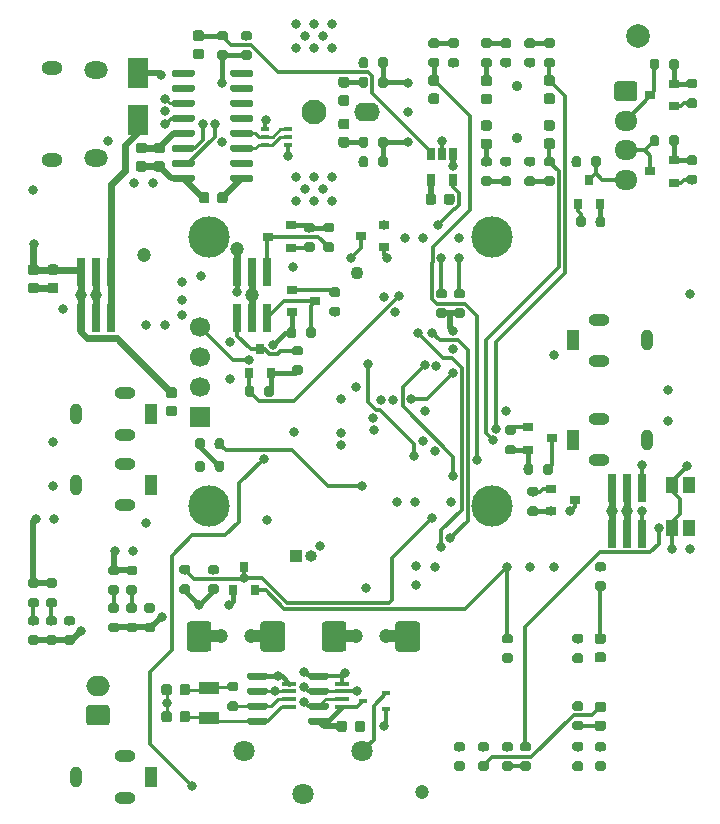
<source format=gbr>
%TF.GenerationSoftware,KiCad,Pcbnew,(5.1.10)-1*%
%TF.CreationDate,2022-01-18T17:24:37+07:00*%
%TF.ProjectId,Digital_module_v3,44696769-7461-46c5-9f6d-6f64756c655f,rev?*%
%TF.SameCoordinates,Original*%
%TF.FileFunction,Copper,L4,Bot*%
%TF.FilePolarity,Positive*%
%FSLAX46Y46*%
G04 Gerber Fmt 4.6, Leading zero omitted, Abs format (unit mm)*
G04 Created by KiCad (PCBNEW (5.1.10)-1) date 2022-01-18 17:24:37*
%MOMM*%
%LPD*%
G01*
G04 APERTURE LIST*
%TA.AperFunction,SMDPad,CuDef*%
%ADD10R,0.740000X2.400000*%
%TD*%
%TA.AperFunction,ComponentPad*%
%ADD11C,3.500000*%
%TD*%
%TA.AperFunction,ComponentPad*%
%ADD12C,1.700000*%
%TD*%
%TA.AperFunction,ComponentPad*%
%ADD13R,1.700000X1.700000*%
%TD*%
%TA.AperFunction,SMDPad,CuDef*%
%ADD14R,0.800000X0.900000*%
%TD*%
%TA.AperFunction,SMDPad,CuDef*%
%ADD15R,0.900000X0.800000*%
%TD*%
%TA.AperFunction,ComponentPad*%
%ADD16O,1.000000X1.000000*%
%TD*%
%TA.AperFunction,ComponentPad*%
%ADD17R,1.000000X1.000000*%
%TD*%
%TA.AperFunction,ComponentPad*%
%ADD18C,2.000000*%
%TD*%
%TA.AperFunction,SMDPad,CuDef*%
%ADD19R,0.650000X0.400000*%
%TD*%
%TA.AperFunction,SMDPad,CuDef*%
%ADD20R,0.650000X1.060000*%
%TD*%
%TA.AperFunction,SMDPad,CuDef*%
%ADD21R,1.800000X1.000000*%
%TD*%
%TA.AperFunction,ComponentPad*%
%ADD22C,1.800000*%
%TD*%
%TA.AperFunction,SMDPad,CuDef*%
%ADD23R,1.300000X0.450000*%
%TD*%
%TA.AperFunction,SMDPad,CuDef*%
%ADD24R,0.700000X0.450000*%
%TD*%
%TA.AperFunction,SMDPad,CuDef*%
%ADD25R,1.800000X2.500000*%
%TD*%
%TA.AperFunction,ComponentPad*%
%ADD26O,1.950000X1.700000*%
%TD*%
%TA.AperFunction,ComponentPad*%
%ADD27O,2.000000X1.700000*%
%TD*%
%TA.AperFunction,ComponentPad*%
%ADD28O,1.000000X1.800000*%
%TD*%
%TA.AperFunction,ComponentPad*%
%ADD29R,1.000000X1.800000*%
%TD*%
%TA.AperFunction,ComponentPad*%
%ADD30O,1.800000X1.000000*%
%TD*%
%TA.AperFunction,ComponentPad*%
%ADD31C,2.100000*%
%TD*%
%TA.AperFunction,ComponentPad*%
%ADD32O,2.200000X1.600000*%
%TD*%
%TA.AperFunction,ComponentPad*%
%ADD33C,0.900000*%
%TD*%
%TA.AperFunction,ComponentPad*%
%ADD34O,1.800000X1.150000*%
%TD*%
%TA.AperFunction,ComponentPad*%
%ADD35O,2.000000X1.450000*%
%TD*%
%TA.AperFunction,SMDPad,CuDef*%
%ADD36R,1.050000X1.400000*%
%TD*%
%TA.AperFunction,ViaPad*%
%ADD37C,0.800000*%
%TD*%
%TA.AperFunction,ViaPad*%
%ADD38C,1.000000*%
%TD*%
%TA.AperFunction,ViaPad*%
%ADD39C,1.200000*%
%TD*%
%TA.AperFunction,ViaPad*%
%ADD40C,1.100000*%
%TD*%
%TA.AperFunction,Conductor*%
%ADD41C,0.400000*%
%TD*%
%TA.AperFunction,Conductor*%
%ADD42C,0.250000*%
%TD*%
%TA.AperFunction,Conductor*%
%ADD43C,0.500000*%
%TD*%
%TA.AperFunction,Conductor*%
%ADD44C,0.600000*%
%TD*%
%TA.AperFunction,Conductor*%
%ADD45C,1.000000*%
%TD*%
%TA.AperFunction,Conductor*%
%ADD46C,0.300000*%
%TD*%
G04 APERTURE END LIST*
D10*
%TO.P,U2,2.3*%
%TO.N,GND1*%
X122479000Y-115427000D03*
%TO.P,U2,2.1*%
%TO.N,+5P*%
X121209000Y-115427000D03*
%TO.P,U2,2.5*%
%TO.N,Net-(Q8-Pad3)*%
X123749000Y-115427000D03*
%TO.P,U2,2.4*%
%TO.N,GND1*%
X122479000Y-119327000D03*
%TO.P,U2,2.2*%
%TO.N,+5P*%
X121209000Y-119327000D03*
%TO.P,U2,2.6*%
%TO.N,Net-(Q9-Pad3)*%
X123749000Y-119327000D03*
%TD*%
%TO.P,U1,3.6*%
%TO.N,+3V3*%
X89459000Y-97150000D03*
%TO.P,U1,3.2*%
%TO.N,/int0*%
X91999000Y-97150000D03*
%TO.P,U1,3.4*%
%TO.N,GND1*%
X90729000Y-97150000D03*
%TO.P,U1,3.5*%
%TO.N,/scl0*%
X89459000Y-101050000D03*
%TO.P,U1,3.1*%
%TO.N,Net-(Q4-Pad3)*%
X91999000Y-101050000D03*
%TO.P,U1,3.3*%
%TO.N,GND1*%
X90729000Y-101050000D03*
%TO.P,U1,2.6*%
%TO.N,+5P*%
X76251000Y-97150000D03*
%TO.P,U1,2.2*%
%TO.N,/+5V*%
X78791000Y-97150000D03*
%TO.P,U1,2.4*%
%TO.N,GND1*%
X77521000Y-97150000D03*
%TO.P,U1,2.5*%
%TO.N,+5P*%
X76251000Y-101050000D03*
%TO.P,U1,2.1*%
%TO.N,/+5V*%
X78791000Y-101050000D03*
%TO.P,U1,2.3*%
%TO.N,GND1*%
X77521000Y-101050000D03*
%TD*%
D11*
%TO.P,U8,~*%
%TO.N,N/C*%
X111048800Y-116987800D03*
X111048800Y-94187800D03*
X87048800Y-94187800D03*
X87048800Y-116987800D03*
D12*
%TO.P,U8,4*%
%TO.N,/Ctrl_part/IFC_SDA_VLT/S_left*%
X86318800Y-101777800D03*
%TO.P,U8,3*%
%TO.N,/Ctrl_part/IFC_SCL_VLT/S_left*%
X86318800Y-104317800D03*
%TO.P,U8,2*%
%TO.N,+5P*%
X86318800Y-106857800D03*
D13*
%TO.P,U8,1*%
%TO.N,GND1*%
X86318800Y-109397800D03*
%TD*%
%TO.P,R39,2*%
%TO.N,/Ctrl_part/~RST*%
%TA.AperFunction,SMDPad,CuDef*%
G36*
G01*
X85288800Y-122751800D02*
X84738800Y-122751800D01*
G75*
G02*
X84538800Y-122551800I0J200000D01*
G01*
X84538800Y-122151800D01*
G75*
G02*
X84738800Y-121951800I200000J0D01*
G01*
X85288800Y-121951800D01*
G75*
G02*
X85488800Y-122151800I0J-200000D01*
G01*
X85488800Y-122551800D01*
G75*
G02*
X85288800Y-122751800I-200000J0D01*
G01*
G37*
%TD.AperFunction*%
%TO.P,R39,1*%
%TO.N,+3V3*%
%TA.AperFunction,SMDPad,CuDef*%
G36*
G01*
X85288800Y-124401800D02*
X84738800Y-124401800D01*
G75*
G02*
X84538800Y-124201800I0J200000D01*
G01*
X84538800Y-123801800D01*
G75*
G02*
X84738800Y-123601800I200000J0D01*
G01*
X85288800Y-123601800D01*
G75*
G02*
X85488800Y-123801800I0J-200000D01*
G01*
X85488800Y-124201800D01*
G75*
G02*
X85288800Y-124401800I-200000J0D01*
G01*
G37*
%TD.AperFunction*%
%TD*%
%TO.P,R37,2*%
%TO.N,+3V3*%
%TA.AperFunction,SMDPad,CuDef*%
G36*
G01*
X87151800Y-123601800D02*
X87701800Y-123601800D01*
G75*
G02*
X87901800Y-123801800I0J-200000D01*
G01*
X87901800Y-124201800D01*
G75*
G02*
X87701800Y-124401800I-200000J0D01*
G01*
X87151800Y-124401800D01*
G75*
G02*
X86951800Y-124201800I0J200000D01*
G01*
X86951800Y-123801800D01*
G75*
G02*
X87151800Y-123601800I200000J0D01*
G01*
G37*
%TD.AperFunction*%
%TO.P,R37,1*%
%TO.N,/Ctrl_part/SWCLK*%
%TA.AperFunction,SMDPad,CuDef*%
G36*
G01*
X87151800Y-121951800D02*
X87701800Y-121951800D01*
G75*
G02*
X87901800Y-122151800I0J-200000D01*
G01*
X87901800Y-122551800D01*
G75*
G02*
X87701800Y-122751800I-200000J0D01*
G01*
X87151800Y-122751800D01*
G75*
G02*
X86951800Y-122551800I0J200000D01*
G01*
X86951800Y-122151800D01*
G75*
G02*
X87151800Y-121951800I200000J0D01*
G01*
G37*
%TD.AperFunction*%
%TD*%
%TO.P,R35,2*%
%TO.N,+3V3*%
%TA.AperFunction,SMDPad,CuDef*%
G36*
G01*
X86684800Y-111408800D02*
X86684800Y-111958800D01*
G75*
G02*
X86484800Y-112158800I-200000J0D01*
G01*
X86084800Y-112158800D01*
G75*
G02*
X85884800Y-111958800I0J200000D01*
G01*
X85884800Y-111408800D01*
G75*
G02*
X86084800Y-111208800I200000J0D01*
G01*
X86484800Y-111208800D01*
G75*
G02*
X86684800Y-111408800I0J-200000D01*
G01*
G37*
%TD.AperFunction*%
%TO.P,R35,1*%
%TO.N,/DTS_2*%
%TA.AperFunction,SMDPad,CuDef*%
G36*
G01*
X88334800Y-111408800D02*
X88334800Y-111958800D01*
G75*
G02*
X88134800Y-112158800I-200000J0D01*
G01*
X87734800Y-112158800D01*
G75*
G02*
X87534800Y-111958800I0J200000D01*
G01*
X87534800Y-111408800D01*
G75*
G02*
X87734800Y-111208800I200000J0D01*
G01*
X88134800Y-111208800D01*
G75*
G02*
X88334800Y-111408800I0J-200000D01*
G01*
G37*
%TD.AperFunction*%
%TD*%
%TO.P,R32,2*%
%TO.N,+3V3*%
%TA.AperFunction,SMDPad,CuDef*%
G36*
G01*
X87534800Y-113863800D02*
X87534800Y-113313800D01*
G75*
G02*
X87734800Y-113113800I200000J0D01*
G01*
X88134800Y-113113800D01*
G75*
G02*
X88334800Y-113313800I0J-200000D01*
G01*
X88334800Y-113863800D01*
G75*
G02*
X88134800Y-114063800I-200000J0D01*
G01*
X87734800Y-114063800D01*
G75*
G02*
X87534800Y-113863800I0J200000D01*
G01*
G37*
%TD.AperFunction*%
%TO.P,R32,1*%
%TO.N,Net-(Q12-Pad3)*%
%TA.AperFunction,SMDPad,CuDef*%
G36*
G01*
X85884800Y-113863800D02*
X85884800Y-113313800D01*
G75*
G02*
X86084800Y-113113800I200000J0D01*
G01*
X86484800Y-113113800D01*
G75*
G02*
X86684800Y-113313800I0J-200000D01*
G01*
X86684800Y-113863800D01*
G75*
G02*
X86484800Y-114063800I-200000J0D01*
G01*
X86084800Y-114063800D01*
G75*
G02*
X85884800Y-113863800I0J200000D01*
G01*
G37*
%TD.AperFunction*%
%TD*%
%TO.P,R13,2*%
%TO.N,+3V3*%
%TA.AperFunction,SMDPad,CuDef*%
G36*
G01*
X97438800Y-100107800D02*
X97988800Y-100107800D01*
G75*
G02*
X98188800Y-100307800I0J-200000D01*
G01*
X98188800Y-100707800D01*
G75*
G02*
X97988800Y-100907800I-200000J0D01*
G01*
X97438800Y-100907800D01*
G75*
G02*
X97238800Y-100707800I0J200000D01*
G01*
X97238800Y-100307800D01*
G75*
G02*
X97438800Y-100107800I200000J0D01*
G01*
G37*
%TD.AperFunction*%
%TO.P,R13,1*%
%TO.N,/+5V_state*%
%TA.AperFunction,SMDPad,CuDef*%
G36*
G01*
X97438800Y-98457800D02*
X97988800Y-98457800D01*
G75*
G02*
X98188800Y-98657800I0J-200000D01*
G01*
X98188800Y-99057800D01*
G75*
G02*
X97988800Y-99257800I-200000J0D01*
G01*
X97438800Y-99257800D01*
G75*
G02*
X97238800Y-99057800I0J200000D01*
G01*
X97238800Y-98657800D01*
G75*
G02*
X97438800Y-98457800I200000J0D01*
G01*
G37*
%TD.AperFunction*%
%TD*%
%TO.P,R4,2*%
%TO.N,+3V3*%
%TA.AperFunction,SMDPad,CuDef*%
G36*
G01*
X94431800Y-102010800D02*
X94431800Y-102560800D01*
G75*
G02*
X94231800Y-102760800I-200000J0D01*
G01*
X93831800Y-102760800D01*
G75*
G02*
X93631800Y-102560800I0J200000D01*
G01*
X93631800Y-102010800D01*
G75*
G02*
X93831800Y-101810800I200000J0D01*
G01*
X94231800Y-101810800D01*
G75*
G02*
X94431800Y-102010800I0J-200000D01*
G01*
G37*
%TD.AperFunction*%
%TO.P,R4,1*%
%TO.N,Net-(Q4-Pad3)*%
%TA.AperFunction,SMDPad,CuDef*%
G36*
G01*
X96081800Y-102010800D02*
X96081800Y-102560800D01*
G75*
G02*
X95881800Y-102760800I-200000J0D01*
G01*
X95481800Y-102760800D01*
G75*
G02*
X95281800Y-102560800I0J200000D01*
G01*
X95281800Y-102010800D01*
G75*
G02*
X95481800Y-101810800I200000J0D01*
G01*
X95881800Y-101810800D01*
G75*
G02*
X96081800Y-102010800I0J-200000D01*
G01*
G37*
%TD.AperFunction*%
%TD*%
D14*
%TO.P,Q16,3*%
%TO.N,/Ctrl_part/~RST*%
X90027800Y-122097800D03*
%TO.P,Q16,2*%
%TO.N,GND1*%
X89077800Y-124097800D03*
%TO.P,Q16,1*%
%TO.N,Net-(Q16-Pad1)*%
X90977800Y-124097800D03*
%TD*%
D15*
%TO.P,Q4,3*%
%TO.N,Net-(Q4-Pad3)*%
X96062800Y-99618800D03*
%TO.P,Q4,2*%
%TO.N,/+5V_state*%
X94062800Y-98668800D03*
%TO.P,Q4,1*%
%TO.N,+3V3*%
X94062800Y-100568800D03*
%TD*%
%TO.P,R21,2*%
%TO.N,GND1*%
%TA.AperFunction,SMDPad,CuDef*%
G36*
G01*
X107979800Y-100234800D02*
X108529800Y-100234800D01*
G75*
G02*
X108729800Y-100434800I0J-200000D01*
G01*
X108729800Y-100834800D01*
G75*
G02*
X108529800Y-101034800I-200000J0D01*
G01*
X107979800Y-101034800D01*
G75*
G02*
X107779800Y-100834800I0J200000D01*
G01*
X107779800Y-100434800D01*
G75*
G02*
X107979800Y-100234800I200000J0D01*
G01*
G37*
%TD.AperFunction*%
%TO.P,R21,1*%
%TO.N,Net-(R19-Pad2)*%
%TA.AperFunction,SMDPad,CuDef*%
G36*
G01*
X107979800Y-98584800D02*
X108529800Y-98584800D01*
G75*
G02*
X108729800Y-98784800I0J-200000D01*
G01*
X108729800Y-99184800D01*
G75*
G02*
X108529800Y-99384800I-200000J0D01*
G01*
X107979800Y-99384800D01*
G75*
G02*
X107779800Y-99184800I0J200000D01*
G01*
X107779800Y-98784800D01*
G75*
G02*
X107979800Y-98584800I200000J0D01*
G01*
G37*
%TD.AperFunction*%
%TD*%
%TO.P,R22,2*%
%TO.N,GND1*%
%TA.AperFunction,SMDPad,CuDef*%
G36*
G01*
X106455800Y-100234800D02*
X107005800Y-100234800D01*
G75*
G02*
X107205800Y-100434800I0J-200000D01*
G01*
X107205800Y-100834800D01*
G75*
G02*
X107005800Y-101034800I-200000J0D01*
G01*
X106455800Y-101034800D01*
G75*
G02*
X106255800Y-100834800I0J200000D01*
G01*
X106255800Y-100434800D01*
G75*
G02*
X106455800Y-100234800I200000J0D01*
G01*
G37*
%TD.AperFunction*%
%TO.P,R22,1*%
%TO.N,Net-(R20-Pad2)*%
%TA.AperFunction,SMDPad,CuDef*%
G36*
G01*
X106455800Y-98584800D02*
X107005800Y-98584800D01*
G75*
G02*
X107205800Y-98784800I0J-200000D01*
G01*
X107205800Y-99184800D01*
G75*
G02*
X107005800Y-99384800I-200000J0D01*
G01*
X106455800Y-99384800D01*
G75*
G02*
X106255800Y-99184800I0J200000D01*
G01*
X106255800Y-98784800D01*
G75*
G02*
X106455800Y-98584800I200000J0D01*
G01*
G37*
%TD.AperFunction*%
%TD*%
%TO.P,Q1,3*%
%TO.N,/sda1*%
X124415800Y-82153800D03*
%TO.P,Q1,2*%
%TO.N,/EXT_SDA*%
X126415800Y-83103800D03*
%TO.P,Q1,1*%
%TO.N,+3V3*%
X126415800Y-81203800D03*
%TD*%
%TO.P,Q2,3*%
%TO.N,/scl1*%
X124415800Y-88635800D03*
%TO.P,Q2,2*%
%TO.N,/EXT_SCL*%
X126415800Y-89585800D03*
%TO.P,Q2,1*%
%TO.N,+3V3*%
X126415800Y-87685800D03*
%TD*%
%TO.P,R16,2*%
%TO.N,/+5V_valid*%
%TA.AperFunction,SMDPad,CuDef*%
G36*
G01*
X95279800Y-94646800D02*
X95829800Y-94646800D01*
G75*
G02*
X96029800Y-94846800I0J-200000D01*
G01*
X96029800Y-95246800D01*
G75*
G02*
X95829800Y-95446800I-200000J0D01*
G01*
X95279800Y-95446800D01*
G75*
G02*
X95079800Y-95246800I0J200000D01*
G01*
X95079800Y-94846800D01*
G75*
G02*
X95279800Y-94646800I200000J0D01*
G01*
G37*
%TD.AperFunction*%
%TO.P,R16,1*%
%TO.N,+3V3*%
%TA.AperFunction,SMDPad,CuDef*%
G36*
G01*
X95279800Y-92996800D02*
X95829800Y-92996800D01*
G75*
G02*
X96029800Y-93196800I0J-200000D01*
G01*
X96029800Y-93596800D01*
G75*
G02*
X95829800Y-93796800I-200000J0D01*
G01*
X95279800Y-93796800D01*
G75*
G02*
X95079800Y-93596800I0J200000D01*
G01*
X95079800Y-93196800D01*
G75*
G02*
X95279800Y-92996800I200000J0D01*
G01*
G37*
%TD.AperFunction*%
%TD*%
%TO.P,R17,2*%
%TO.N,+3V3*%
%TA.AperFunction,SMDPad,CuDef*%
G36*
G01*
X112297800Y-111791800D02*
X112847800Y-111791800D01*
G75*
G02*
X113047800Y-111991800I0J-200000D01*
G01*
X113047800Y-112391800D01*
G75*
G02*
X112847800Y-112591800I-200000J0D01*
G01*
X112297800Y-112591800D01*
G75*
G02*
X112097800Y-112391800I0J200000D01*
G01*
X112097800Y-111991800D01*
G75*
G02*
X112297800Y-111791800I200000J0D01*
G01*
G37*
%TD.AperFunction*%
%TO.P,R17,1*%
%TO.N,/FAN_SCL*%
%TA.AperFunction,SMDPad,CuDef*%
G36*
G01*
X112297800Y-110141800D02*
X112847800Y-110141800D01*
G75*
G02*
X113047800Y-110341800I0J-200000D01*
G01*
X113047800Y-110741800D01*
G75*
G02*
X112847800Y-110941800I-200000J0D01*
G01*
X112297800Y-110941800D01*
G75*
G02*
X112097800Y-110741800I0J200000D01*
G01*
X112097800Y-110341800D01*
G75*
G02*
X112297800Y-110141800I200000J0D01*
G01*
G37*
%TD.AperFunction*%
%TD*%
%TO.P,R18,2*%
%TO.N,+3V3*%
%TA.AperFunction,SMDPad,CuDef*%
G36*
G01*
X114202800Y-116998800D02*
X114752800Y-116998800D01*
G75*
G02*
X114952800Y-117198800I0J-200000D01*
G01*
X114952800Y-117598800D01*
G75*
G02*
X114752800Y-117798800I-200000J0D01*
G01*
X114202800Y-117798800D01*
G75*
G02*
X114002800Y-117598800I0J200000D01*
G01*
X114002800Y-117198800D01*
G75*
G02*
X114202800Y-116998800I200000J0D01*
G01*
G37*
%TD.AperFunction*%
%TO.P,R18,1*%
%TO.N,/FAN_SDA*%
%TA.AperFunction,SMDPad,CuDef*%
G36*
G01*
X114202800Y-115348800D02*
X114752800Y-115348800D01*
G75*
G02*
X114952800Y-115548800I0J-200000D01*
G01*
X114952800Y-115948800D01*
G75*
G02*
X114752800Y-116148800I-200000J0D01*
G01*
X114202800Y-116148800D01*
G75*
G02*
X114002800Y-115948800I0J200000D01*
G01*
X114002800Y-115548800D01*
G75*
G02*
X114202800Y-115348800I200000J0D01*
G01*
G37*
%TD.AperFunction*%
%TD*%
%TO.P,R1,2*%
%TO.N,+3V3*%
%TA.AperFunction,SMDPad,CuDef*%
G36*
G01*
X126014800Y-79827800D02*
X126014800Y-79277800D01*
G75*
G02*
X126214800Y-79077800I200000J0D01*
G01*
X126614800Y-79077800D01*
G75*
G02*
X126814800Y-79277800I0J-200000D01*
G01*
X126814800Y-79827800D01*
G75*
G02*
X126614800Y-80027800I-200000J0D01*
G01*
X126214800Y-80027800D01*
G75*
G02*
X126014800Y-79827800I0J200000D01*
G01*
G37*
%TD.AperFunction*%
%TO.P,R1,1*%
%TO.N,/sda1*%
%TA.AperFunction,SMDPad,CuDef*%
G36*
G01*
X124364800Y-79827800D02*
X124364800Y-79277800D01*
G75*
G02*
X124564800Y-79077800I200000J0D01*
G01*
X124964800Y-79077800D01*
G75*
G02*
X125164800Y-79277800I0J-200000D01*
G01*
X125164800Y-79827800D01*
G75*
G02*
X124964800Y-80027800I-200000J0D01*
G01*
X124564800Y-80027800D01*
G75*
G02*
X124364800Y-79827800I0J200000D01*
G01*
G37*
%TD.AperFunction*%
%TD*%
%TO.P,R2,2*%
%TO.N,+3V3*%
%TA.AperFunction,SMDPad,CuDef*%
G36*
G01*
X126015800Y-86304800D02*
X126015800Y-85754800D01*
G75*
G02*
X126215800Y-85554800I200000J0D01*
G01*
X126615800Y-85554800D01*
G75*
G02*
X126815800Y-85754800I0J-200000D01*
G01*
X126815800Y-86304800D01*
G75*
G02*
X126615800Y-86504800I-200000J0D01*
G01*
X126215800Y-86504800D01*
G75*
G02*
X126015800Y-86304800I0J200000D01*
G01*
G37*
%TD.AperFunction*%
%TO.P,R2,1*%
%TO.N,/scl1*%
%TA.AperFunction,SMDPad,CuDef*%
G36*
G01*
X124365800Y-86304800D02*
X124365800Y-85754800D01*
G75*
G02*
X124565800Y-85554800I200000J0D01*
G01*
X124965800Y-85554800D01*
G75*
G02*
X125165800Y-85754800I0J-200000D01*
G01*
X125165800Y-86304800D01*
G75*
G02*
X124965800Y-86504800I-200000J0D01*
G01*
X124565800Y-86504800D01*
G75*
G02*
X124365800Y-86304800I0J200000D01*
G01*
G37*
%TD.AperFunction*%
%TD*%
%TO.P,R3,2*%
%TO.N,Net-(J1-Pad4)*%
%TA.AperFunction,SMDPad,CuDef*%
G36*
G01*
X119410800Y-88082800D02*
X119410800Y-87532800D01*
G75*
G02*
X119610800Y-87332800I200000J0D01*
G01*
X120010800Y-87332800D01*
G75*
G02*
X120210800Y-87532800I0J-200000D01*
G01*
X120210800Y-88082800D01*
G75*
G02*
X120010800Y-88282800I-200000J0D01*
G01*
X119610800Y-88282800D01*
G75*
G02*
X119410800Y-88082800I0J200000D01*
G01*
G37*
%TD.AperFunction*%
%TO.P,R3,1*%
%TO.N,+3V3*%
%TA.AperFunction,SMDPad,CuDef*%
G36*
G01*
X117760800Y-88082800D02*
X117760800Y-87532800D01*
G75*
G02*
X117960800Y-87332800I200000J0D01*
G01*
X118360800Y-87332800D01*
G75*
G02*
X118560800Y-87532800I0J-200000D01*
G01*
X118560800Y-88082800D01*
G75*
G02*
X118360800Y-88282800I-200000J0D01*
G01*
X117960800Y-88282800D01*
G75*
G02*
X117760800Y-88082800I0J200000D01*
G01*
G37*
%TD.AperFunction*%
%TD*%
%TO.P,Q7,3*%
%TO.N,/int0*%
X92030800Y-94157800D03*
%TO.P,Q7,2*%
%TO.N,/+5V_valid*%
X94030800Y-95107800D03*
%TO.P,Q7,1*%
%TO.N,+3V3*%
X94030800Y-93207800D03*
%TD*%
%TO.P,Q8,3*%
%TO.N,Net-(Q8-Pad3)*%
X116096800Y-111241800D03*
%TO.P,Q8,2*%
%TO.N,/FAN_SCL*%
X114096800Y-110291800D03*
%TO.P,Q8,1*%
%TO.N,+3V3*%
X114096800Y-112191800D03*
%TD*%
%TO.P,Q9,3*%
%TO.N,Net-(Q9-Pad3)*%
X118001800Y-116448800D03*
%TO.P,Q9,2*%
%TO.N,/FAN_SDA*%
X116001800Y-115498800D03*
%TO.P,Q9,1*%
%TO.N,+3V3*%
X116001800Y-117398800D03*
%TD*%
D14*
%TO.P,Q3,3*%
%TO.N,Net-(J1-Pad4)*%
X119242800Y-89363800D03*
%TO.P,Q3,2*%
%TO.N,/~EXT_INT*%
X118292800Y-91363800D03*
%TO.P,Q3,1*%
%TO.N,+3V3*%
X120192800Y-91363800D03*
%TD*%
%TO.P,Q5,3*%
%TO.N,/scl0*%
X91363800Y-103698800D03*
%TO.P,Q5,2*%
%TO.N,/POW_SCL*%
X90413800Y-105698800D03*
%TO.P,Q5,1*%
%TO.N,+3V3*%
X92313800Y-105698800D03*
%TD*%
D15*
%TO.P,Q6,3*%
%TO.N,Net-(Q6-Pad3)*%
X99904800Y-94091800D03*
%TO.P,Q6,2*%
%TO.N,/POW_SDA*%
X101904800Y-95041800D03*
%TO.P,Q6,1*%
%TO.N,+3V3*%
X101904800Y-93141800D03*
%TD*%
%TO.P,R12,2*%
%TO.N,/~EXT_INT*%
%TA.AperFunction,SMDPad,CuDef*%
G36*
G01*
X118942800Y-92612800D02*
X118942800Y-93162800D01*
G75*
G02*
X118742800Y-93362800I-200000J0D01*
G01*
X118342800Y-93362800D01*
G75*
G02*
X118142800Y-93162800I0J200000D01*
G01*
X118142800Y-92612800D01*
G75*
G02*
X118342800Y-92412800I200000J0D01*
G01*
X118742800Y-92412800D01*
G75*
G02*
X118942800Y-92612800I0J-200000D01*
G01*
G37*
%TD.AperFunction*%
%TO.P,R12,1*%
%TO.N,+3V3*%
%TA.AperFunction,SMDPad,CuDef*%
G36*
G01*
X120592800Y-92612800D02*
X120592800Y-93162800D01*
G75*
G02*
X120392800Y-93362800I-200000J0D01*
G01*
X119992800Y-93362800D01*
G75*
G02*
X119792800Y-93162800I0J200000D01*
G01*
X119792800Y-92612800D01*
G75*
G02*
X119992800Y-92412800I200000J0D01*
G01*
X120392800Y-92412800D01*
G75*
G02*
X120592800Y-92612800I0J-200000D01*
G01*
G37*
%TD.AperFunction*%
%TD*%
%TO.P,R14,2*%
%TO.N,/POW_SCL*%
%TA.AperFunction,SMDPad,CuDef*%
G36*
G01*
X90875800Y-106963800D02*
X90875800Y-107513800D01*
G75*
G02*
X90675800Y-107713800I-200000J0D01*
G01*
X90275800Y-107713800D01*
G75*
G02*
X90075800Y-107513800I0J200000D01*
G01*
X90075800Y-106963800D01*
G75*
G02*
X90275800Y-106763800I200000J0D01*
G01*
X90675800Y-106763800D01*
G75*
G02*
X90875800Y-106963800I0J-200000D01*
G01*
G37*
%TD.AperFunction*%
%TO.P,R14,1*%
%TO.N,+3V3*%
%TA.AperFunction,SMDPad,CuDef*%
G36*
G01*
X92525800Y-106963800D02*
X92525800Y-107513800D01*
G75*
G02*
X92325800Y-107713800I-200000J0D01*
G01*
X91925800Y-107713800D01*
G75*
G02*
X91725800Y-107513800I0J200000D01*
G01*
X91725800Y-106963800D01*
G75*
G02*
X91925800Y-106763800I200000J0D01*
G01*
X92325800Y-106763800D01*
G75*
G02*
X92525800Y-106963800I0J-200000D01*
G01*
G37*
%TD.AperFunction*%
%TD*%
%TO.P,R5,2*%
%TO.N,/scl0*%
%TA.AperFunction,SMDPad,CuDef*%
G36*
G01*
X94813800Y-104210800D02*
X94263800Y-104210800D01*
G75*
G02*
X94063800Y-104010800I0J200000D01*
G01*
X94063800Y-103610800D01*
G75*
G02*
X94263800Y-103410800I200000J0D01*
G01*
X94813800Y-103410800D01*
G75*
G02*
X95013800Y-103610800I0J-200000D01*
G01*
X95013800Y-104010800D01*
G75*
G02*
X94813800Y-104210800I-200000J0D01*
G01*
G37*
%TD.AperFunction*%
%TO.P,R5,1*%
%TO.N,+3V3*%
%TA.AperFunction,SMDPad,CuDef*%
G36*
G01*
X94813800Y-105860800D02*
X94263800Y-105860800D01*
G75*
G02*
X94063800Y-105660800I0J200000D01*
G01*
X94063800Y-105260800D01*
G75*
G02*
X94263800Y-105060800I200000J0D01*
G01*
X94813800Y-105060800D01*
G75*
G02*
X95013800Y-105260800I0J-200000D01*
G01*
X95013800Y-105660800D01*
G75*
G02*
X94813800Y-105860800I-200000J0D01*
G01*
G37*
%TD.AperFunction*%
%TD*%
%TO.P,R7,2*%
%TO.N,/int0*%
%TA.AperFunction,SMDPad,CuDef*%
G36*
G01*
X96930800Y-94645800D02*
X97480800Y-94645800D01*
G75*
G02*
X97680800Y-94845800I0J-200000D01*
G01*
X97680800Y-95245800D01*
G75*
G02*
X97480800Y-95445800I-200000J0D01*
G01*
X96930800Y-95445800D01*
G75*
G02*
X96730800Y-95245800I0J200000D01*
G01*
X96730800Y-94845800D01*
G75*
G02*
X96930800Y-94645800I200000J0D01*
G01*
G37*
%TD.AperFunction*%
%TO.P,R7,1*%
%TO.N,+3V3*%
%TA.AperFunction,SMDPad,CuDef*%
G36*
G01*
X96930800Y-92995800D02*
X97480800Y-92995800D01*
G75*
G02*
X97680800Y-93195800I0J-200000D01*
G01*
X97680800Y-93595800D01*
G75*
G02*
X97480800Y-93795800I-200000J0D01*
G01*
X96930800Y-93795800D01*
G75*
G02*
X96730800Y-93595800I0J200000D01*
G01*
X96730800Y-93195800D01*
G75*
G02*
X96930800Y-92995800I200000J0D01*
G01*
G37*
%TD.AperFunction*%
%TD*%
%TO.P,R8,2*%
%TO.N,+3V3*%
%TA.AperFunction,SMDPad,CuDef*%
G36*
G01*
X114496800Y-113567800D02*
X114496800Y-114117800D01*
G75*
G02*
X114296800Y-114317800I-200000J0D01*
G01*
X113896800Y-114317800D01*
G75*
G02*
X113696800Y-114117800I0J200000D01*
G01*
X113696800Y-113567800D01*
G75*
G02*
X113896800Y-113367800I200000J0D01*
G01*
X114296800Y-113367800D01*
G75*
G02*
X114496800Y-113567800I0J-200000D01*
G01*
G37*
%TD.AperFunction*%
%TO.P,R8,1*%
%TO.N,Net-(Q8-Pad3)*%
%TA.AperFunction,SMDPad,CuDef*%
G36*
G01*
X116146800Y-113567800D02*
X116146800Y-114117800D01*
G75*
G02*
X115946800Y-114317800I-200000J0D01*
G01*
X115546800Y-114317800D01*
G75*
G02*
X115346800Y-114117800I0J200000D01*
G01*
X115346800Y-113567800D01*
G75*
G02*
X115546800Y-113367800I200000J0D01*
G01*
X115946800Y-113367800D01*
G75*
G02*
X116146800Y-113567800I0J-200000D01*
G01*
G37*
%TD.AperFunction*%
%TD*%
%TO.P,R10,2*%
%TO.N,+3V3*%
%TA.AperFunction,SMDPad,CuDef*%
G36*
G01*
X128214800Y-81604800D02*
X127664800Y-81604800D01*
G75*
G02*
X127464800Y-81404800I0J200000D01*
G01*
X127464800Y-81004800D01*
G75*
G02*
X127664800Y-80804800I200000J0D01*
G01*
X128214800Y-80804800D01*
G75*
G02*
X128414800Y-81004800I0J-200000D01*
G01*
X128414800Y-81404800D01*
G75*
G02*
X128214800Y-81604800I-200000J0D01*
G01*
G37*
%TD.AperFunction*%
%TO.P,R10,1*%
%TO.N,/EXT_SDA*%
%TA.AperFunction,SMDPad,CuDef*%
G36*
G01*
X128214800Y-83254800D02*
X127664800Y-83254800D01*
G75*
G02*
X127464800Y-83054800I0J200000D01*
G01*
X127464800Y-82654800D01*
G75*
G02*
X127664800Y-82454800I200000J0D01*
G01*
X128214800Y-82454800D01*
G75*
G02*
X128414800Y-82654800I0J-200000D01*
G01*
X128414800Y-83054800D01*
G75*
G02*
X128214800Y-83254800I-200000J0D01*
G01*
G37*
%TD.AperFunction*%
%TD*%
%TO.P,R11,2*%
%TO.N,+3V3*%
%TA.AperFunction,SMDPad,CuDef*%
G36*
G01*
X128214800Y-88080800D02*
X127664800Y-88080800D01*
G75*
G02*
X127464800Y-87880800I0J200000D01*
G01*
X127464800Y-87480800D01*
G75*
G02*
X127664800Y-87280800I200000J0D01*
G01*
X128214800Y-87280800D01*
G75*
G02*
X128414800Y-87480800I0J-200000D01*
G01*
X128414800Y-87880800D01*
G75*
G02*
X128214800Y-88080800I-200000J0D01*
G01*
G37*
%TD.AperFunction*%
%TO.P,R11,1*%
%TO.N,/EXT_SCL*%
%TA.AperFunction,SMDPad,CuDef*%
G36*
G01*
X128214800Y-89730800D02*
X127664800Y-89730800D01*
G75*
G02*
X127464800Y-89530800I0J200000D01*
G01*
X127464800Y-89130800D01*
G75*
G02*
X127664800Y-88930800I200000J0D01*
G01*
X128214800Y-88930800D01*
G75*
G02*
X128414800Y-89130800I0J-200000D01*
G01*
X128414800Y-89530800D01*
G75*
G02*
X128214800Y-89730800I-200000J0D01*
G01*
G37*
%TD.AperFunction*%
%TD*%
D16*
%TO.P,JP2,2*%
%TO.N,GND1*%
X95681800Y-121208800D03*
D17*
%TO.P,JP2,1*%
%TO.N,/Ctrl_part/SWCLK*%
X94411800Y-121208800D03*
%TD*%
%TO.P,R96,2*%
%TO.N,GND1*%
%TA.AperFunction,SMDPad,CuDef*%
G36*
G01*
X74959800Y-127920800D02*
X75509800Y-127920800D01*
G75*
G02*
X75709800Y-128120800I0J-200000D01*
G01*
X75709800Y-128520800D01*
G75*
G02*
X75509800Y-128720800I-200000J0D01*
G01*
X74959800Y-128720800D01*
G75*
G02*
X74759800Y-128520800I0J200000D01*
G01*
X74759800Y-128120800D01*
G75*
G02*
X74959800Y-127920800I200000J0D01*
G01*
G37*
%TD.AperFunction*%
%TO.P,R96,1*%
%TO.N,/ESP32_part/a2*%
%TA.AperFunction,SMDPad,CuDef*%
G36*
G01*
X74959800Y-126270800D02*
X75509800Y-126270800D01*
G75*
G02*
X75709800Y-126470800I0J-200000D01*
G01*
X75709800Y-126870800D01*
G75*
G02*
X75509800Y-127070800I-200000J0D01*
G01*
X74959800Y-127070800D01*
G75*
G02*
X74759800Y-126870800I0J200000D01*
G01*
X74759800Y-126470800D01*
G75*
G02*
X74959800Y-126270800I200000J0D01*
G01*
G37*
%TD.AperFunction*%
%TD*%
%TO.P,R87,2*%
%TO.N,/ESP32_part/a0*%
%TA.AperFunction,SMDPad,CuDef*%
G36*
G01*
X71911800Y-124745800D02*
X72461800Y-124745800D01*
G75*
G02*
X72661800Y-124945800I0J-200000D01*
G01*
X72661800Y-125345800D01*
G75*
G02*
X72461800Y-125545800I-200000J0D01*
G01*
X71911800Y-125545800D01*
G75*
G02*
X71711800Y-125345800I0J200000D01*
G01*
X71711800Y-124945800D01*
G75*
G02*
X71911800Y-124745800I200000J0D01*
G01*
G37*
%TD.AperFunction*%
%TO.P,R87,1*%
%TO.N,+3V3*%
%TA.AperFunction,SMDPad,CuDef*%
G36*
G01*
X71911800Y-123095800D02*
X72461800Y-123095800D01*
G75*
G02*
X72661800Y-123295800I0J-200000D01*
G01*
X72661800Y-123695800D01*
G75*
G02*
X72461800Y-123895800I-200000J0D01*
G01*
X71911800Y-123895800D01*
G75*
G02*
X71711800Y-123695800I0J200000D01*
G01*
X71711800Y-123295800D01*
G75*
G02*
X71911800Y-123095800I200000J0D01*
G01*
G37*
%TD.AperFunction*%
%TD*%
%TO.P,R94,1*%
%TO.N,Net-(R90-Pad2)*%
%TA.AperFunction,SMDPad,CuDef*%
G36*
G01*
X80230300Y-125190300D02*
X80780300Y-125190300D01*
G75*
G02*
X80980300Y-125390300I0J-200000D01*
G01*
X80980300Y-125790300D01*
G75*
G02*
X80780300Y-125990300I-200000J0D01*
G01*
X80230300Y-125990300D01*
G75*
G02*
X80030300Y-125790300I0J200000D01*
G01*
X80030300Y-125390300D01*
G75*
G02*
X80230300Y-125190300I200000J0D01*
G01*
G37*
%TD.AperFunction*%
%TO.P,R94,2*%
%TO.N,GND1*%
%TA.AperFunction,SMDPad,CuDef*%
G36*
G01*
X80230300Y-126840300D02*
X80780300Y-126840300D01*
G75*
G02*
X80980300Y-127040300I0J-200000D01*
G01*
X80980300Y-127440300D01*
G75*
G02*
X80780300Y-127640300I-200000J0D01*
G01*
X80230300Y-127640300D01*
G75*
G02*
X80030300Y-127440300I0J200000D01*
G01*
X80030300Y-127040300D01*
G75*
G02*
X80230300Y-126840300I200000J0D01*
G01*
G37*
%TD.AperFunction*%
%TD*%
%TO.P,R88,2*%
%TO.N,/ESP32_part/a1*%
%TA.AperFunction,SMDPad,CuDef*%
G36*
G01*
X73435800Y-124745800D02*
X73985800Y-124745800D01*
G75*
G02*
X74185800Y-124945800I0J-200000D01*
G01*
X74185800Y-125345800D01*
G75*
G02*
X73985800Y-125545800I-200000J0D01*
G01*
X73435800Y-125545800D01*
G75*
G02*
X73235800Y-125345800I0J200000D01*
G01*
X73235800Y-124945800D01*
G75*
G02*
X73435800Y-124745800I200000J0D01*
G01*
G37*
%TD.AperFunction*%
%TO.P,R88,1*%
%TO.N,+3V3*%
%TA.AperFunction,SMDPad,CuDef*%
G36*
G01*
X73435800Y-123095800D02*
X73985800Y-123095800D01*
G75*
G02*
X74185800Y-123295800I0J-200000D01*
G01*
X74185800Y-123695800D01*
G75*
G02*
X73985800Y-123895800I-200000J0D01*
G01*
X73435800Y-123895800D01*
G75*
G02*
X73235800Y-123695800I0J200000D01*
G01*
X73235800Y-123295800D01*
G75*
G02*
X73435800Y-123095800I200000J0D01*
G01*
G37*
%TD.AperFunction*%
%TD*%
%TO.P,R89,1*%
%TO.N,+3V3*%
%TA.AperFunction,SMDPad,CuDef*%
G36*
G01*
X78706300Y-122016300D02*
X79256300Y-122016300D01*
G75*
G02*
X79456300Y-122216300I0J-200000D01*
G01*
X79456300Y-122616300D01*
G75*
G02*
X79256300Y-122816300I-200000J0D01*
G01*
X78706300Y-122816300D01*
G75*
G02*
X78506300Y-122616300I0J200000D01*
G01*
X78506300Y-122216300D01*
G75*
G02*
X78706300Y-122016300I200000J0D01*
G01*
G37*
%TD.AperFunction*%
%TO.P,R89,2*%
%TO.N,Net-(R89-Pad2)*%
%TA.AperFunction,SMDPad,CuDef*%
G36*
G01*
X78706300Y-123666300D02*
X79256300Y-123666300D01*
G75*
G02*
X79456300Y-123866300I0J-200000D01*
G01*
X79456300Y-124266300D01*
G75*
G02*
X79256300Y-124466300I-200000J0D01*
G01*
X78706300Y-124466300D01*
G75*
G02*
X78506300Y-124266300I0J200000D01*
G01*
X78506300Y-123866300D01*
G75*
G02*
X78706300Y-123666300I200000J0D01*
G01*
G37*
%TD.AperFunction*%
%TD*%
%TO.P,R90,1*%
%TO.N,+3V3*%
%TA.AperFunction,SMDPad,CuDef*%
G36*
G01*
X80230300Y-122016300D02*
X80780300Y-122016300D01*
G75*
G02*
X80980300Y-122216300I0J-200000D01*
G01*
X80980300Y-122616300D01*
G75*
G02*
X80780300Y-122816300I-200000J0D01*
G01*
X80230300Y-122816300D01*
G75*
G02*
X80030300Y-122616300I0J200000D01*
G01*
X80030300Y-122216300D01*
G75*
G02*
X80230300Y-122016300I200000J0D01*
G01*
G37*
%TD.AperFunction*%
%TO.P,R90,2*%
%TO.N,Net-(R90-Pad2)*%
%TA.AperFunction,SMDPad,CuDef*%
G36*
G01*
X80230300Y-123666300D02*
X80780300Y-123666300D01*
G75*
G02*
X80980300Y-123866300I0J-200000D01*
G01*
X80980300Y-124266300D01*
G75*
G02*
X80780300Y-124466300I-200000J0D01*
G01*
X80230300Y-124466300D01*
G75*
G02*
X80030300Y-124266300I0J200000D01*
G01*
X80030300Y-123866300D01*
G75*
G02*
X80230300Y-123666300I200000J0D01*
G01*
G37*
%TD.AperFunction*%
%TD*%
%TO.P,R91,2*%
%TO.N,GND1*%
%TA.AperFunction,SMDPad,CuDef*%
G36*
G01*
X71911800Y-127919800D02*
X72461800Y-127919800D01*
G75*
G02*
X72661800Y-128119800I0J-200000D01*
G01*
X72661800Y-128519800D01*
G75*
G02*
X72461800Y-128719800I-200000J0D01*
G01*
X71911800Y-128719800D01*
G75*
G02*
X71711800Y-128519800I0J200000D01*
G01*
X71711800Y-128119800D01*
G75*
G02*
X71911800Y-127919800I200000J0D01*
G01*
G37*
%TD.AperFunction*%
%TO.P,R91,1*%
%TO.N,/ESP32_part/a0*%
%TA.AperFunction,SMDPad,CuDef*%
G36*
G01*
X71911800Y-126269800D02*
X72461800Y-126269800D01*
G75*
G02*
X72661800Y-126469800I0J-200000D01*
G01*
X72661800Y-126869800D01*
G75*
G02*
X72461800Y-127069800I-200000J0D01*
G01*
X71911800Y-127069800D01*
G75*
G02*
X71711800Y-126869800I0J200000D01*
G01*
X71711800Y-126469800D01*
G75*
G02*
X71911800Y-126269800I200000J0D01*
G01*
G37*
%TD.AperFunction*%
%TD*%
%TO.P,R92,2*%
%TO.N,GND1*%
%TA.AperFunction,SMDPad,CuDef*%
G36*
G01*
X73435800Y-127919800D02*
X73985800Y-127919800D01*
G75*
G02*
X74185800Y-128119800I0J-200000D01*
G01*
X74185800Y-128519800D01*
G75*
G02*
X73985800Y-128719800I-200000J0D01*
G01*
X73435800Y-128719800D01*
G75*
G02*
X73235800Y-128519800I0J200000D01*
G01*
X73235800Y-128119800D01*
G75*
G02*
X73435800Y-127919800I200000J0D01*
G01*
G37*
%TD.AperFunction*%
%TO.P,R92,1*%
%TO.N,/ESP32_part/a1*%
%TA.AperFunction,SMDPad,CuDef*%
G36*
G01*
X73435800Y-126269800D02*
X73985800Y-126269800D01*
G75*
G02*
X74185800Y-126469800I0J-200000D01*
G01*
X74185800Y-126869800D01*
G75*
G02*
X73985800Y-127069800I-200000J0D01*
G01*
X73435800Y-127069800D01*
G75*
G02*
X73235800Y-126869800I0J200000D01*
G01*
X73235800Y-126469800D01*
G75*
G02*
X73435800Y-126269800I200000J0D01*
G01*
G37*
%TD.AperFunction*%
%TD*%
%TO.P,R93,1*%
%TO.N,Net-(R89-Pad2)*%
%TA.AperFunction,SMDPad,CuDef*%
G36*
G01*
X78706300Y-125190300D02*
X79256300Y-125190300D01*
G75*
G02*
X79456300Y-125390300I0J-200000D01*
G01*
X79456300Y-125790300D01*
G75*
G02*
X79256300Y-125990300I-200000J0D01*
G01*
X78706300Y-125990300D01*
G75*
G02*
X78506300Y-125790300I0J200000D01*
G01*
X78506300Y-125390300D01*
G75*
G02*
X78706300Y-125190300I200000J0D01*
G01*
G37*
%TD.AperFunction*%
%TO.P,R93,2*%
%TO.N,GND1*%
%TA.AperFunction,SMDPad,CuDef*%
G36*
G01*
X78706300Y-126840300D02*
X79256300Y-126840300D01*
G75*
G02*
X79456300Y-127040300I0J-200000D01*
G01*
X79456300Y-127440300D01*
G75*
G02*
X79256300Y-127640300I-200000J0D01*
G01*
X78706300Y-127640300D01*
G75*
G02*
X78506300Y-127440300I0J200000D01*
G01*
X78506300Y-127040300D01*
G75*
G02*
X78706300Y-126840300I200000J0D01*
G01*
G37*
%TD.AperFunction*%
%TD*%
%TO.P,R95,1*%
%TO.N,Net-(R95-Pad1)*%
%TA.AperFunction,SMDPad,CuDef*%
G36*
G01*
X81754300Y-125190300D02*
X82304300Y-125190300D01*
G75*
G02*
X82504300Y-125390300I0J-200000D01*
G01*
X82504300Y-125790300D01*
G75*
G02*
X82304300Y-125990300I-200000J0D01*
G01*
X81754300Y-125990300D01*
G75*
G02*
X81554300Y-125790300I0J200000D01*
G01*
X81554300Y-125390300D01*
G75*
G02*
X81754300Y-125190300I200000J0D01*
G01*
G37*
%TD.AperFunction*%
%TO.P,R95,2*%
%TO.N,GND1*%
%TA.AperFunction,SMDPad,CuDef*%
G36*
G01*
X81754300Y-126840300D02*
X82304300Y-126840300D01*
G75*
G02*
X82504300Y-127040300I0J-200000D01*
G01*
X82504300Y-127440300D01*
G75*
G02*
X82304300Y-127640300I-200000J0D01*
G01*
X81754300Y-127640300D01*
G75*
G02*
X81554300Y-127440300I0J200000D01*
G01*
X81554300Y-127040300D01*
G75*
G02*
X81754300Y-126840300I200000J0D01*
G01*
G37*
%TD.AperFunction*%
%TD*%
D18*
%TO.P,TP1,1*%
%TO.N,GND1*%
X123367800Y-77139800D03*
%TD*%
%TO.P,C10,2*%
%TO.N,GND1*%
%TA.AperFunction,SMDPad,CuDef*%
G36*
G01*
X91407800Y-129028300D02*
X91407800Y-126978300D01*
G75*
G02*
X91657800Y-126728300I250000J0D01*
G01*
X93232800Y-126728300D01*
G75*
G02*
X93482800Y-126978300I0J-250000D01*
G01*
X93482800Y-129028300D01*
G75*
G02*
X93232800Y-129278300I-250000J0D01*
G01*
X91657800Y-129278300D01*
G75*
G02*
X91407800Y-129028300I0J250000D01*
G01*
G37*
%TD.AperFunction*%
%TO.P,C10,1*%
%TO.N,+3V3*%
%TA.AperFunction,SMDPad,CuDef*%
G36*
G01*
X85182800Y-129028300D02*
X85182800Y-126978300D01*
G75*
G02*
X85432800Y-126728300I250000J0D01*
G01*
X87007800Y-126728300D01*
G75*
G02*
X87257800Y-126978300I0J-250000D01*
G01*
X87257800Y-129028300D01*
G75*
G02*
X87007800Y-129278300I-250000J0D01*
G01*
X85432800Y-129278300D01*
G75*
G02*
X85182800Y-129028300I0J250000D01*
G01*
G37*
%TD.AperFunction*%
%TD*%
%TO.P,C12,2*%
%TO.N,GND1*%
%TA.AperFunction,SMDPad,CuDef*%
G36*
G01*
X98687800Y-126978300D02*
X98687800Y-129028300D01*
G75*
G02*
X98437800Y-129278300I-250000J0D01*
G01*
X96862800Y-129278300D01*
G75*
G02*
X96612800Y-129028300I0J250000D01*
G01*
X96612800Y-126978300D01*
G75*
G02*
X96862800Y-126728300I250000J0D01*
G01*
X98437800Y-126728300D01*
G75*
G02*
X98687800Y-126978300I0J-250000D01*
G01*
G37*
%TD.AperFunction*%
%TO.P,C12,1*%
%TO.N,+3V3*%
%TA.AperFunction,SMDPad,CuDef*%
G36*
G01*
X104912800Y-126978300D02*
X104912800Y-129028300D01*
G75*
G02*
X104662800Y-129278300I-250000J0D01*
G01*
X103087800Y-129278300D01*
G75*
G02*
X102837800Y-129028300I0J250000D01*
G01*
X102837800Y-126978300D01*
G75*
G02*
X103087800Y-126728300I250000J0D01*
G01*
X104662800Y-126728300D01*
G75*
G02*
X104912800Y-126978300I0J-250000D01*
G01*
G37*
%TD.AperFunction*%
%TD*%
D19*
%TO.P,Q21,6*%
%TO.N,/ESP32_part/~RST*%
X93710800Y-86362300D03*
%TO.P,Q21,4*%
%TO.N,/ESP32_part/DTR*%
X93710800Y-85062300D03*
%TO.P,Q21,2*%
X91810800Y-85712300D03*
%TO.P,Q21,5*%
%TO.N,/ESP32_part/RTS*%
X93710800Y-85712300D03*
%TO.P,Q21,3*%
%TO.N,/ESP32_part/GPIO0*%
X91810800Y-85062300D03*
%TO.P,Q21,1*%
%TO.N,/ESP32_part/RTS*%
X91810800Y-86362300D03*
%TD*%
%TO.P,R86,2*%
%TO.N,Net-(R86-Pad2)*%
%TA.AperFunction,SMDPad,CuDef*%
G36*
G01*
X120467800Y-137738800D02*
X119917800Y-137738800D01*
G75*
G02*
X119717800Y-137538800I0J200000D01*
G01*
X119717800Y-137138800D01*
G75*
G02*
X119917800Y-136938800I200000J0D01*
G01*
X120467800Y-136938800D01*
G75*
G02*
X120667800Y-137138800I0J-200000D01*
G01*
X120667800Y-137538800D01*
G75*
G02*
X120467800Y-137738800I-200000J0D01*
G01*
G37*
%TD.AperFunction*%
%TO.P,R86,1*%
%TO.N,/ESP32_part/TX*%
%TA.AperFunction,SMDPad,CuDef*%
G36*
G01*
X120467800Y-139388800D02*
X119917800Y-139388800D01*
G75*
G02*
X119717800Y-139188800I0J200000D01*
G01*
X119717800Y-138788800D01*
G75*
G02*
X119917800Y-138588800I200000J0D01*
G01*
X120467800Y-138588800D01*
G75*
G02*
X120667800Y-138788800I0J-200000D01*
G01*
X120667800Y-139188800D01*
G75*
G02*
X120467800Y-139388800I-200000J0D01*
G01*
G37*
%TD.AperFunction*%
%TD*%
%TO.P,R85,2*%
%TO.N,Net-(R85-Pad2)*%
%TA.AperFunction,SMDPad,CuDef*%
G36*
G01*
X118562800Y-137737800D02*
X118012800Y-137737800D01*
G75*
G02*
X117812800Y-137537800I0J200000D01*
G01*
X117812800Y-137137800D01*
G75*
G02*
X118012800Y-136937800I200000J0D01*
G01*
X118562800Y-136937800D01*
G75*
G02*
X118762800Y-137137800I0J-200000D01*
G01*
X118762800Y-137537800D01*
G75*
G02*
X118562800Y-137737800I-200000J0D01*
G01*
G37*
%TD.AperFunction*%
%TO.P,R85,1*%
%TO.N,/ESP32_part/RX*%
%TA.AperFunction,SMDPad,CuDef*%
G36*
G01*
X118562800Y-139387800D02*
X118012800Y-139387800D01*
G75*
G02*
X117812800Y-139187800I0J200000D01*
G01*
X117812800Y-138787800D01*
G75*
G02*
X118012800Y-138587800I200000J0D01*
G01*
X118562800Y-138587800D01*
G75*
G02*
X118762800Y-138787800I0J-200000D01*
G01*
X118762800Y-139187800D01*
G75*
G02*
X118562800Y-139387800I-200000J0D01*
G01*
G37*
%TD.AperFunction*%
%TD*%
%TO.P,R43,2*%
%TO.N,GND1*%
%TA.AperFunction,SMDPad,CuDef*%
G36*
G01*
X112043800Y-129444800D02*
X112593800Y-129444800D01*
G75*
G02*
X112793800Y-129644800I0J-200000D01*
G01*
X112793800Y-130044800D01*
G75*
G02*
X112593800Y-130244800I-200000J0D01*
G01*
X112043800Y-130244800D01*
G75*
G02*
X111843800Y-130044800I0J200000D01*
G01*
X111843800Y-129644800D01*
G75*
G02*
X112043800Y-129444800I200000J0D01*
G01*
G37*
%TD.AperFunction*%
%TO.P,R43,1*%
%TO.N,Net-(Q16-Pad1)*%
%TA.AperFunction,SMDPad,CuDef*%
G36*
G01*
X112043800Y-127794800D02*
X112593800Y-127794800D01*
G75*
G02*
X112793800Y-127994800I0J-200000D01*
G01*
X112793800Y-128394800D01*
G75*
G02*
X112593800Y-128594800I-200000J0D01*
G01*
X112043800Y-128594800D01*
G75*
G02*
X111843800Y-128394800I0J200000D01*
G01*
X111843800Y-127994800D01*
G75*
G02*
X112043800Y-127794800I200000J0D01*
G01*
G37*
%TD.AperFunction*%
%TD*%
%TO.P,R59,2*%
%TO.N,/Ctrl_part/eLine_E*%
%TA.AperFunction,SMDPad,CuDef*%
G36*
G01*
X88463800Y-77539800D02*
X87913800Y-77539800D01*
G75*
G02*
X87713800Y-77339800I0J200000D01*
G01*
X87713800Y-76939800D01*
G75*
G02*
X87913800Y-76739800I200000J0D01*
G01*
X88463800Y-76739800D01*
G75*
G02*
X88663800Y-76939800I0J-200000D01*
G01*
X88663800Y-77339800D01*
G75*
G02*
X88463800Y-77539800I-200000J0D01*
G01*
G37*
%TD.AperFunction*%
%TO.P,R59,1*%
%TO.N,/Ctrl_part/EC11_E*%
%TA.AperFunction,SMDPad,CuDef*%
G36*
G01*
X88463800Y-79189800D02*
X87913800Y-79189800D01*
G75*
G02*
X87713800Y-78989800I0J200000D01*
G01*
X87713800Y-78589800D01*
G75*
G02*
X87913800Y-78389800I200000J0D01*
G01*
X88463800Y-78389800D01*
G75*
G02*
X88663800Y-78589800I0J-200000D01*
G01*
X88663800Y-78989800D01*
G75*
G02*
X88463800Y-79189800I-200000J0D01*
G01*
G37*
%TD.AperFunction*%
%TD*%
%TO.P,R58,2*%
%TO.N,/Ctrl_part/eLine_B*%
%TA.AperFunction,SMDPad,CuDef*%
G36*
G01*
X100527800Y-80801800D02*
X100527800Y-81351800D01*
G75*
G02*
X100327800Y-81551800I-200000J0D01*
G01*
X99927800Y-81551800D01*
G75*
G02*
X99727800Y-81351800I0J200000D01*
G01*
X99727800Y-80801800D01*
G75*
G02*
X99927800Y-80601800I200000J0D01*
G01*
X100327800Y-80601800D01*
G75*
G02*
X100527800Y-80801800I0J-200000D01*
G01*
G37*
%TD.AperFunction*%
%TO.P,R58,1*%
%TO.N,/Ctrl_part/EC11_B*%
%TA.AperFunction,SMDPad,CuDef*%
G36*
G01*
X102177800Y-80801800D02*
X102177800Y-81351800D01*
G75*
G02*
X101977800Y-81551800I-200000J0D01*
G01*
X101577800Y-81551800D01*
G75*
G02*
X101377800Y-81351800I0J200000D01*
G01*
X101377800Y-80801800D01*
G75*
G02*
X101577800Y-80601800I200000J0D01*
G01*
X101977800Y-80601800D01*
G75*
G02*
X102177800Y-80801800I0J-200000D01*
G01*
G37*
%TD.AperFunction*%
%TD*%
%TO.P,R57,2*%
%TO.N,/Ctrl_part/eLine_A*%
%TA.AperFunction,SMDPad,CuDef*%
G36*
G01*
X100527800Y-85881800D02*
X100527800Y-86431800D01*
G75*
G02*
X100327800Y-86631800I-200000J0D01*
G01*
X99927800Y-86631800D01*
G75*
G02*
X99727800Y-86431800I0J200000D01*
G01*
X99727800Y-85881800D01*
G75*
G02*
X99927800Y-85681800I200000J0D01*
G01*
X100327800Y-85681800D01*
G75*
G02*
X100527800Y-85881800I0J-200000D01*
G01*
G37*
%TD.AperFunction*%
%TO.P,R57,1*%
%TO.N,/Ctrl_part/EC11_A*%
%TA.AperFunction,SMDPad,CuDef*%
G36*
G01*
X102177800Y-85881800D02*
X102177800Y-86431800D01*
G75*
G02*
X101977800Y-86631800I-200000J0D01*
G01*
X101577800Y-86631800D01*
G75*
G02*
X101377800Y-86431800I0J200000D01*
G01*
X101377800Y-85881800D01*
G75*
G02*
X101577800Y-85681800I200000J0D01*
G01*
X101977800Y-85681800D01*
G75*
G02*
X102177800Y-85881800I0J-200000D01*
G01*
G37*
%TD.AperFunction*%
%TD*%
%TO.P,R56,2*%
%TO.N,+3V3*%
%TA.AperFunction,SMDPad,CuDef*%
G36*
G01*
X90495800Y-77540800D02*
X89945800Y-77540800D01*
G75*
G02*
X89745800Y-77340800I0J200000D01*
G01*
X89745800Y-76940800D01*
G75*
G02*
X89945800Y-76740800I200000J0D01*
G01*
X90495800Y-76740800D01*
G75*
G02*
X90695800Y-76940800I0J-200000D01*
G01*
X90695800Y-77340800D01*
G75*
G02*
X90495800Y-77540800I-200000J0D01*
G01*
G37*
%TD.AperFunction*%
%TO.P,R56,1*%
%TO.N,/Ctrl_part/EC11_E*%
%TA.AperFunction,SMDPad,CuDef*%
G36*
G01*
X90495800Y-79190800D02*
X89945800Y-79190800D01*
G75*
G02*
X89745800Y-78990800I0J200000D01*
G01*
X89745800Y-78590800D01*
G75*
G02*
X89945800Y-78390800I200000J0D01*
G01*
X90495800Y-78390800D01*
G75*
G02*
X90695800Y-78590800I0J-200000D01*
G01*
X90695800Y-78990800D01*
G75*
G02*
X90495800Y-79190800I-200000J0D01*
G01*
G37*
%TD.AperFunction*%
%TD*%
%TO.P,R55,2*%
%TO.N,+3V3*%
%TA.AperFunction,SMDPad,CuDef*%
G36*
G01*
X100527800Y-79150800D02*
X100527800Y-79700800D01*
G75*
G02*
X100327800Y-79900800I-200000J0D01*
G01*
X99927800Y-79900800D01*
G75*
G02*
X99727800Y-79700800I0J200000D01*
G01*
X99727800Y-79150800D01*
G75*
G02*
X99927800Y-78950800I200000J0D01*
G01*
X100327800Y-78950800D01*
G75*
G02*
X100527800Y-79150800I0J-200000D01*
G01*
G37*
%TD.AperFunction*%
%TO.P,R55,1*%
%TO.N,/Ctrl_part/EC11_B*%
%TA.AperFunction,SMDPad,CuDef*%
G36*
G01*
X102177800Y-79150800D02*
X102177800Y-79700800D01*
G75*
G02*
X101977800Y-79900800I-200000J0D01*
G01*
X101577800Y-79900800D01*
G75*
G02*
X101377800Y-79700800I0J200000D01*
G01*
X101377800Y-79150800D01*
G75*
G02*
X101577800Y-78950800I200000J0D01*
G01*
X101977800Y-78950800D01*
G75*
G02*
X102177800Y-79150800I0J-200000D01*
G01*
G37*
%TD.AperFunction*%
%TD*%
%TO.P,R54,2*%
%TO.N,+3V3*%
%TA.AperFunction,SMDPad,CuDef*%
G36*
G01*
X100527800Y-87532800D02*
X100527800Y-88082800D01*
G75*
G02*
X100327800Y-88282800I-200000J0D01*
G01*
X99927800Y-88282800D01*
G75*
G02*
X99727800Y-88082800I0J200000D01*
G01*
X99727800Y-87532800D01*
G75*
G02*
X99927800Y-87332800I200000J0D01*
G01*
X100327800Y-87332800D01*
G75*
G02*
X100527800Y-87532800I0J-200000D01*
G01*
G37*
%TD.AperFunction*%
%TO.P,R54,1*%
%TO.N,/Ctrl_part/EC11_A*%
%TA.AperFunction,SMDPad,CuDef*%
G36*
G01*
X102177800Y-87532800D02*
X102177800Y-88082800D01*
G75*
G02*
X101977800Y-88282800I-200000J0D01*
G01*
X101577800Y-88282800D01*
G75*
G02*
X101377800Y-88082800I0J200000D01*
G01*
X101377800Y-87532800D01*
G75*
G02*
X101577800Y-87332800I200000J0D01*
G01*
X101977800Y-87332800D01*
G75*
G02*
X102177800Y-87532800I0J-200000D01*
G01*
G37*
%TD.AperFunction*%
%TD*%
%TO.P,R53,2*%
%TO.N,/Ctrl_part/jbline*%
%TA.AperFunction,SMDPad,CuDef*%
G36*
G01*
X110815800Y-88208800D02*
X110265800Y-88208800D01*
G75*
G02*
X110065800Y-88008800I0J200000D01*
G01*
X110065800Y-87608800D01*
G75*
G02*
X110265800Y-87408800I200000J0D01*
G01*
X110815800Y-87408800D01*
G75*
G02*
X111015800Y-87608800I0J-200000D01*
G01*
X111015800Y-88008800D01*
G75*
G02*
X110815800Y-88208800I-200000J0D01*
G01*
G37*
%TD.AperFunction*%
%TO.P,R53,1*%
%TO.N,/Ctrl_part/jbbtn*%
%TA.AperFunction,SMDPad,CuDef*%
G36*
G01*
X110815800Y-89858800D02*
X110265800Y-89858800D01*
G75*
G02*
X110065800Y-89658800I0J200000D01*
G01*
X110065800Y-89258800D01*
G75*
G02*
X110265800Y-89058800I200000J0D01*
G01*
X110815800Y-89058800D01*
G75*
G02*
X111015800Y-89258800I0J-200000D01*
G01*
X111015800Y-89658800D01*
G75*
G02*
X110815800Y-89858800I-200000J0D01*
G01*
G37*
%TD.AperFunction*%
%TD*%
%TO.P,R52,2*%
%TO.N,/Ctrl_part/jlline*%
%TA.AperFunction,SMDPad,CuDef*%
G36*
G01*
X105820800Y-79024800D02*
X106370800Y-79024800D01*
G75*
G02*
X106570800Y-79224800I0J-200000D01*
G01*
X106570800Y-79624800D01*
G75*
G02*
X106370800Y-79824800I-200000J0D01*
G01*
X105820800Y-79824800D01*
G75*
G02*
X105620800Y-79624800I0J200000D01*
G01*
X105620800Y-79224800D01*
G75*
G02*
X105820800Y-79024800I200000J0D01*
G01*
G37*
%TD.AperFunction*%
%TO.P,R52,1*%
%TO.N,/Ctrl_part/jlbtn*%
%TA.AperFunction,SMDPad,CuDef*%
G36*
G01*
X105820800Y-77374800D02*
X106370800Y-77374800D01*
G75*
G02*
X106570800Y-77574800I0J-200000D01*
G01*
X106570800Y-77974800D01*
G75*
G02*
X106370800Y-78174800I-200000J0D01*
G01*
X105820800Y-78174800D01*
G75*
G02*
X105620800Y-77974800I0J200000D01*
G01*
X105620800Y-77574800D01*
G75*
G02*
X105820800Y-77374800I200000J0D01*
G01*
G37*
%TD.AperFunction*%
%TD*%
%TO.P,R51,2*%
%TO.N,/Ctrl_part/jtline*%
%TA.AperFunction,SMDPad,CuDef*%
G36*
G01*
X115599800Y-79024800D02*
X116149800Y-79024800D01*
G75*
G02*
X116349800Y-79224800I0J-200000D01*
G01*
X116349800Y-79624800D01*
G75*
G02*
X116149800Y-79824800I-200000J0D01*
G01*
X115599800Y-79824800D01*
G75*
G02*
X115399800Y-79624800I0J200000D01*
G01*
X115399800Y-79224800D01*
G75*
G02*
X115599800Y-79024800I200000J0D01*
G01*
G37*
%TD.AperFunction*%
%TO.P,R51,1*%
%TO.N,/Ctrl_part/jtbtn*%
%TA.AperFunction,SMDPad,CuDef*%
G36*
G01*
X115599800Y-77374800D02*
X116149800Y-77374800D01*
G75*
G02*
X116349800Y-77574800I0J-200000D01*
G01*
X116349800Y-77974800D01*
G75*
G02*
X116149800Y-78174800I-200000J0D01*
G01*
X115599800Y-78174800D01*
G75*
G02*
X115399800Y-77974800I0J200000D01*
G01*
X115399800Y-77574800D01*
G75*
G02*
X115599800Y-77374800I200000J0D01*
G01*
G37*
%TD.AperFunction*%
%TD*%
%TO.P,R50,2*%
%TO.N,/Ctrl_part/jcline*%
%TA.AperFunction,SMDPad,CuDef*%
G36*
G01*
X110265800Y-79024800D02*
X110815800Y-79024800D01*
G75*
G02*
X111015800Y-79224800I0J-200000D01*
G01*
X111015800Y-79624800D01*
G75*
G02*
X110815800Y-79824800I-200000J0D01*
G01*
X110265800Y-79824800D01*
G75*
G02*
X110065800Y-79624800I0J200000D01*
G01*
X110065800Y-79224800D01*
G75*
G02*
X110265800Y-79024800I200000J0D01*
G01*
G37*
%TD.AperFunction*%
%TO.P,R50,1*%
%TO.N,/Ctrl_part/jcbtn*%
%TA.AperFunction,SMDPad,CuDef*%
G36*
G01*
X110265800Y-77374800D02*
X110815800Y-77374800D01*
G75*
G02*
X111015800Y-77574800I0J-200000D01*
G01*
X111015800Y-77974800D01*
G75*
G02*
X110815800Y-78174800I-200000J0D01*
G01*
X110265800Y-78174800D01*
G75*
G02*
X110065800Y-77974800I0J200000D01*
G01*
X110065800Y-77574800D01*
G75*
G02*
X110265800Y-77374800I200000J0D01*
G01*
G37*
%TD.AperFunction*%
%TD*%
%TO.P,R49,2*%
%TO.N,/Ctrl_part/jrline*%
%TA.AperFunction,SMDPad,CuDef*%
G36*
G01*
X116149800Y-88208800D02*
X115599800Y-88208800D01*
G75*
G02*
X115399800Y-88008800I0J200000D01*
G01*
X115399800Y-87608800D01*
G75*
G02*
X115599800Y-87408800I200000J0D01*
G01*
X116149800Y-87408800D01*
G75*
G02*
X116349800Y-87608800I0J-200000D01*
G01*
X116349800Y-88008800D01*
G75*
G02*
X116149800Y-88208800I-200000J0D01*
G01*
G37*
%TD.AperFunction*%
%TO.P,R49,1*%
%TO.N,/Ctrl_part/jrbtn*%
%TA.AperFunction,SMDPad,CuDef*%
G36*
G01*
X116149800Y-89858800D02*
X115599800Y-89858800D01*
G75*
G02*
X115399800Y-89658800I0J200000D01*
G01*
X115399800Y-89258800D01*
G75*
G02*
X115599800Y-89058800I200000J0D01*
G01*
X116149800Y-89058800D01*
G75*
G02*
X116349800Y-89258800I0J-200000D01*
G01*
X116349800Y-89658800D01*
G75*
G02*
X116149800Y-89858800I-200000J0D01*
G01*
G37*
%TD.AperFunction*%
%TD*%
%TO.P,R48,2*%
%TO.N,+3V3*%
%TA.AperFunction,SMDPad,CuDef*%
G36*
G01*
X112466800Y-88207800D02*
X111916800Y-88207800D01*
G75*
G02*
X111716800Y-88007800I0J200000D01*
G01*
X111716800Y-87607800D01*
G75*
G02*
X111916800Y-87407800I200000J0D01*
G01*
X112466800Y-87407800D01*
G75*
G02*
X112666800Y-87607800I0J-200000D01*
G01*
X112666800Y-88007800D01*
G75*
G02*
X112466800Y-88207800I-200000J0D01*
G01*
G37*
%TD.AperFunction*%
%TO.P,R48,1*%
%TO.N,/Ctrl_part/jbbtn*%
%TA.AperFunction,SMDPad,CuDef*%
G36*
G01*
X112466800Y-89857800D02*
X111916800Y-89857800D01*
G75*
G02*
X111716800Y-89657800I0J200000D01*
G01*
X111716800Y-89257800D01*
G75*
G02*
X111916800Y-89057800I200000J0D01*
G01*
X112466800Y-89057800D01*
G75*
G02*
X112666800Y-89257800I0J-200000D01*
G01*
X112666800Y-89657800D01*
G75*
G02*
X112466800Y-89857800I-200000J0D01*
G01*
G37*
%TD.AperFunction*%
%TD*%
%TO.P,R47,2*%
%TO.N,+3V3*%
%TA.AperFunction,SMDPad,CuDef*%
G36*
G01*
X107471800Y-79024800D02*
X108021800Y-79024800D01*
G75*
G02*
X108221800Y-79224800I0J-200000D01*
G01*
X108221800Y-79624800D01*
G75*
G02*
X108021800Y-79824800I-200000J0D01*
G01*
X107471800Y-79824800D01*
G75*
G02*
X107271800Y-79624800I0J200000D01*
G01*
X107271800Y-79224800D01*
G75*
G02*
X107471800Y-79024800I200000J0D01*
G01*
G37*
%TD.AperFunction*%
%TO.P,R47,1*%
%TO.N,/Ctrl_part/jlbtn*%
%TA.AperFunction,SMDPad,CuDef*%
G36*
G01*
X107471800Y-77374800D02*
X108021800Y-77374800D01*
G75*
G02*
X108221800Y-77574800I0J-200000D01*
G01*
X108221800Y-77974800D01*
G75*
G02*
X108021800Y-78174800I-200000J0D01*
G01*
X107471800Y-78174800D01*
G75*
G02*
X107271800Y-77974800I0J200000D01*
G01*
X107271800Y-77574800D01*
G75*
G02*
X107471800Y-77374800I200000J0D01*
G01*
G37*
%TD.AperFunction*%
%TD*%
%TO.P,R46,2*%
%TO.N,+3V3*%
%TA.AperFunction,SMDPad,CuDef*%
G36*
G01*
X113948800Y-79024800D02*
X114498800Y-79024800D01*
G75*
G02*
X114698800Y-79224800I0J-200000D01*
G01*
X114698800Y-79624800D01*
G75*
G02*
X114498800Y-79824800I-200000J0D01*
G01*
X113948800Y-79824800D01*
G75*
G02*
X113748800Y-79624800I0J200000D01*
G01*
X113748800Y-79224800D01*
G75*
G02*
X113948800Y-79024800I200000J0D01*
G01*
G37*
%TD.AperFunction*%
%TO.P,R46,1*%
%TO.N,/Ctrl_part/jtbtn*%
%TA.AperFunction,SMDPad,CuDef*%
G36*
G01*
X113948800Y-77374800D02*
X114498800Y-77374800D01*
G75*
G02*
X114698800Y-77574800I0J-200000D01*
G01*
X114698800Y-77974800D01*
G75*
G02*
X114498800Y-78174800I-200000J0D01*
G01*
X113948800Y-78174800D01*
G75*
G02*
X113748800Y-77974800I0J200000D01*
G01*
X113748800Y-77574800D01*
G75*
G02*
X113948800Y-77374800I200000J0D01*
G01*
G37*
%TD.AperFunction*%
%TD*%
%TO.P,R45,2*%
%TO.N,+3V3*%
%TA.AperFunction,SMDPad,CuDef*%
G36*
G01*
X111916800Y-79024800D02*
X112466800Y-79024800D01*
G75*
G02*
X112666800Y-79224800I0J-200000D01*
G01*
X112666800Y-79624800D01*
G75*
G02*
X112466800Y-79824800I-200000J0D01*
G01*
X111916800Y-79824800D01*
G75*
G02*
X111716800Y-79624800I0J200000D01*
G01*
X111716800Y-79224800D01*
G75*
G02*
X111916800Y-79024800I200000J0D01*
G01*
G37*
%TD.AperFunction*%
%TO.P,R45,1*%
%TO.N,/Ctrl_part/jcbtn*%
%TA.AperFunction,SMDPad,CuDef*%
G36*
G01*
X111916800Y-77374800D02*
X112466800Y-77374800D01*
G75*
G02*
X112666800Y-77574800I0J-200000D01*
G01*
X112666800Y-77974800D01*
G75*
G02*
X112466800Y-78174800I-200000J0D01*
G01*
X111916800Y-78174800D01*
G75*
G02*
X111716800Y-77974800I0J200000D01*
G01*
X111716800Y-77574800D01*
G75*
G02*
X111916800Y-77374800I200000J0D01*
G01*
G37*
%TD.AperFunction*%
%TD*%
%TO.P,R44,2*%
%TO.N,+3V3*%
%TA.AperFunction,SMDPad,CuDef*%
G36*
G01*
X114498800Y-88208800D02*
X113948800Y-88208800D01*
G75*
G02*
X113748800Y-88008800I0J200000D01*
G01*
X113748800Y-87608800D01*
G75*
G02*
X113948800Y-87408800I200000J0D01*
G01*
X114498800Y-87408800D01*
G75*
G02*
X114698800Y-87608800I0J-200000D01*
G01*
X114698800Y-88008800D01*
G75*
G02*
X114498800Y-88208800I-200000J0D01*
G01*
G37*
%TD.AperFunction*%
%TO.P,R44,1*%
%TO.N,/Ctrl_part/jrbtn*%
%TA.AperFunction,SMDPad,CuDef*%
G36*
G01*
X114498800Y-89858800D02*
X113948800Y-89858800D01*
G75*
G02*
X113748800Y-89658800I0J200000D01*
G01*
X113748800Y-89258800D01*
G75*
G02*
X113948800Y-89058800I200000J0D01*
G01*
X114498800Y-89058800D01*
G75*
G02*
X114698800Y-89258800I0J-200000D01*
G01*
X114698800Y-89658800D01*
G75*
G02*
X114498800Y-89858800I-200000J0D01*
G01*
G37*
%TD.AperFunction*%
%TD*%
%TO.P,C32,2*%
%TO.N,GND1*%
%TA.AperFunction,SMDPad,CuDef*%
G36*
G01*
X85906800Y-78239800D02*
X86406800Y-78239800D01*
G75*
G02*
X86631800Y-78464800I0J-225000D01*
G01*
X86631800Y-78914800D01*
G75*
G02*
X86406800Y-79139800I-225000J0D01*
G01*
X85906800Y-79139800D01*
G75*
G02*
X85681800Y-78914800I0J225000D01*
G01*
X85681800Y-78464800D01*
G75*
G02*
X85906800Y-78239800I225000J0D01*
G01*
G37*
%TD.AperFunction*%
%TO.P,C32,1*%
%TO.N,/Ctrl_part/eLine_E*%
%TA.AperFunction,SMDPad,CuDef*%
G36*
G01*
X85906800Y-76689800D02*
X86406800Y-76689800D01*
G75*
G02*
X86631800Y-76914800I0J-225000D01*
G01*
X86631800Y-77364800D01*
G75*
G02*
X86406800Y-77589800I-225000J0D01*
G01*
X85906800Y-77589800D01*
G75*
G02*
X85681800Y-77364800I0J225000D01*
G01*
X85681800Y-76914800D01*
G75*
G02*
X85906800Y-76689800I225000J0D01*
G01*
G37*
%TD.AperFunction*%
%TD*%
%TO.P,C31,2*%
%TO.N,GND1*%
%TA.AperFunction,SMDPad,CuDef*%
G36*
G01*
X98225800Y-82176800D02*
X98725800Y-82176800D01*
G75*
G02*
X98950800Y-82401800I0J-225000D01*
G01*
X98950800Y-82851800D01*
G75*
G02*
X98725800Y-83076800I-225000J0D01*
G01*
X98225800Y-83076800D01*
G75*
G02*
X98000800Y-82851800I0J225000D01*
G01*
X98000800Y-82401800D01*
G75*
G02*
X98225800Y-82176800I225000J0D01*
G01*
G37*
%TD.AperFunction*%
%TO.P,C31,1*%
%TO.N,/Ctrl_part/eLine_B*%
%TA.AperFunction,SMDPad,CuDef*%
G36*
G01*
X98225800Y-80626800D02*
X98725800Y-80626800D01*
G75*
G02*
X98950800Y-80851800I0J-225000D01*
G01*
X98950800Y-81301800D01*
G75*
G02*
X98725800Y-81526800I-225000J0D01*
G01*
X98225800Y-81526800D01*
G75*
G02*
X98000800Y-81301800I0J225000D01*
G01*
X98000800Y-80851800D01*
G75*
G02*
X98225800Y-80626800I225000J0D01*
G01*
G37*
%TD.AperFunction*%
%TD*%
%TO.P,C30,2*%
%TO.N,GND1*%
%TA.AperFunction,SMDPad,CuDef*%
G36*
G01*
X98725800Y-85056800D02*
X98225800Y-85056800D01*
G75*
G02*
X98000800Y-84831800I0J225000D01*
G01*
X98000800Y-84381800D01*
G75*
G02*
X98225800Y-84156800I225000J0D01*
G01*
X98725800Y-84156800D01*
G75*
G02*
X98950800Y-84381800I0J-225000D01*
G01*
X98950800Y-84831800D01*
G75*
G02*
X98725800Y-85056800I-225000J0D01*
G01*
G37*
%TD.AperFunction*%
%TO.P,C30,1*%
%TO.N,/Ctrl_part/eLine_A*%
%TA.AperFunction,SMDPad,CuDef*%
G36*
G01*
X98725800Y-86606800D02*
X98225800Y-86606800D01*
G75*
G02*
X98000800Y-86381800I0J225000D01*
G01*
X98000800Y-85931800D01*
G75*
G02*
X98225800Y-85706800I225000J0D01*
G01*
X98725800Y-85706800D01*
G75*
G02*
X98950800Y-85931800I0J-225000D01*
G01*
X98950800Y-86381800D01*
G75*
G02*
X98725800Y-86606800I-225000J0D01*
G01*
G37*
%TD.AperFunction*%
%TD*%
%TO.P,C29,2*%
%TO.N,GND1*%
%TA.AperFunction,SMDPad,CuDef*%
G36*
G01*
X106941800Y-91232800D02*
X106941800Y-90732800D01*
G75*
G02*
X107166800Y-90507800I225000J0D01*
G01*
X107616800Y-90507800D01*
G75*
G02*
X107841800Y-90732800I0J-225000D01*
G01*
X107841800Y-91232800D01*
G75*
G02*
X107616800Y-91457800I-225000J0D01*
G01*
X107166800Y-91457800D01*
G75*
G02*
X106941800Y-91232800I0J225000D01*
G01*
G37*
%TD.AperFunction*%
%TO.P,C29,1*%
%TO.N,+3V3*%
%TA.AperFunction,SMDPad,CuDef*%
G36*
G01*
X105391800Y-91232800D02*
X105391800Y-90732800D01*
G75*
G02*
X105616800Y-90507800I225000J0D01*
G01*
X106066800Y-90507800D01*
G75*
G02*
X106291800Y-90732800I0J-225000D01*
G01*
X106291800Y-91232800D01*
G75*
G02*
X106066800Y-91457800I-225000J0D01*
G01*
X105616800Y-91457800D01*
G75*
G02*
X105391800Y-91232800I0J225000D01*
G01*
G37*
%TD.AperFunction*%
%TD*%
%TO.P,C28,2*%
%TO.N,GND1*%
%TA.AperFunction,SMDPad,CuDef*%
G36*
G01*
X110790800Y-85196800D02*
X110290800Y-85196800D01*
G75*
G02*
X110065800Y-84971800I0J225000D01*
G01*
X110065800Y-84521800D01*
G75*
G02*
X110290800Y-84296800I225000J0D01*
G01*
X110790800Y-84296800D01*
G75*
G02*
X111015800Y-84521800I0J-225000D01*
G01*
X111015800Y-84971800D01*
G75*
G02*
X110790800Y-85196800I-225000J0D01*
G01*
G37*
%TD.AperFunction*%
%TO.P,C28,1*%
%TO.N,/Ctrl_part/jbline*%
%TA.AperFunction,SMDPad,CuDef*%
G36*
G01*
X110790800Y-86746800D02*
X110290800Y-86746800D01*
G75*
G02*
X110065800Y-86521800I0J225000D01*
G01*
X110065800Y-86071800D01*
G75*
G02*
X110290800Y-85846800I225000J0D01*
G01*
X110790800Y-85846800D01*
G75*
G02*
X111015800Y-86071800I0J-225000D01*
G01*
X111015800Y-86521800D01*
G75*
G02*
X110790800Y-86746800I-225000J0D01*
G01*
G37*
%TD.AperFunction*%
%TD*%
%TO.P,C27,2*%
%TO.N,GND1*%
%TA.AperFunction,SMDPad,CuDef*%
G36*
G01*
X105845800Y-82023800D02*
X106345800Y-82023800D01*
G75*
G02*
X106570800Y-82248800I0J-225000D01*
G01*
X106570800Y-82698800D01*
G75*
G02*
X106345800Y-82923800I-225000J0D01*
G01*
X105845800Y-82923800D01*
G75*
G02*
X105620800Y-82698800I0J225000D01*
G01*
X105620800Y-82248800D01*
G75*
G02*
X105845800Y-82023800I225000J0D01*
G01*
G37*
%TD.AperFunction*%
%TO.P,C27,1*%
%TO.N,/Ctrl_part/jlline*%
%TA.AperFunction,SMDPad,CuDef*%
G36*
G01*
X105845800Y-80473800D02*
X106345800Y-80473800D01*
G75*
G02*
X106570800Y-80698800I0J-225000D01*
G01*
X106570800Y-81148800D01*
G75*
G02*
X106345800Y-81373800I-225000J0D01*
G01*
X105845800Y-81373800D01*
G75*
G02*
X105620800Y-81148800I0J225000D01*
G01*
X105620800Y-80698800D01*
G75*
G02*
X105845800Y-80473800I225000J0D01*
G01*
G37*
%TD.AperFunction*%
%TD*%
%TO.P,C26,2*%
%TO.N,GND1*%
%TA.AperFunction,SMDPad,CuDef*%
G36*
G01*
X115624800Y-82023800D02*
X116124800Y-82023800D01*
G75*
G02*
X116349800Y-82248800I0J-225000D01*
G01*
X116349800Y-82698800D01*
G75*
G02*
X116124800Y-82923800I-225000J0D01*
G01*
X115624800Y-82923800D01*
G75*
G02*
X115399800Y-82698800I0J225000D01*
G01*
X115399800Y-82248800D01*
G75*
G02*
X115624800Y-82023800I225000J0D01*
G01*
G37*
%TD.AperFunction*%
%TO.P,C26,1*%
%TO.N,/Ctrl_part/jtline*%
%TA.AperFunction,SMDPad,CuDef*%
G36*
G01*
X115624800Y-80473800D02*
X116124800Y-80473800D01*
G75*
G02*
X116349800Y-80698800I0J-225000D01*
G01*
X116349800Y-81148800D01*
G75*
G02*
X116124800Y-81373800I-225000J0D01*
G01*
X115624800Y-81373800D01*
G75*
G02*
X115399800Y-81148800I0J225000D01*
G01*
X115399800Y-80698800D01*
G75*
G02*
X115624800Y-80473800I225000J0D01*
G01*
G37*
%TD.AperFunction*%
%TD*%
%TO.P,C25,2*%
%TO.N,GND1*%
%TA.AperFunction,SMDPad,CuDef*%
G36*
G01*
X110290800Y-82049800D02*
X110790800Y-82049800D01*
G75*
G02*
X111015800Y-82274800I0J-225000D01*
G01*
X111015800Y-82724800D01*
G75*
G02*
X110790800Y-82949800I-225000J0D01*
G01*
X110290800Y-82949800D01*
G75*
G02*
X110065800Y-82724800I0J225000D01*
G01*
X110065800Y-82274800D01*
G75*
G02*
X110290800Y-82049800I225000J0D01*
G01*
G37*
%TD.AperFunction*%
%TO.P,C25,1*%
%TO.N,/Ctrl_part/jcline*%
%TA.AperFunction,SMDPad,CuDef*%
G36*
G01*
X110290800Y-80499800D02*
X110790800Y-80499800D01*
G75*
G02*
X111015800Y-80724800I0J-225000D01*
G01*
X111015800Y-81174800D01*
G75*
G02*
X110790800Y-81399800I-225000J0D01*
G01*
X110290800Y-81399800D01*
G75*
G02*
X110065800Y-81174800I0J225000D01*
G01*
X110065800Y-80724800D01*
G75*
G02*
X110290800Y-80499800I225000J0D01*
G01*
G37*
%TD.AperFunction*%
%TD*%
%TO.P,C24,2*%
%TO.N,GND1*%
%TA.AperFunction,SMDPad,CuDef*%
G36*
G01*
X116124800Y-85183800D02*
X115624800Y-85183800D01*
G75*
G02*
X115399800Y-84958800I0J225000D01*
G01*
X115399800Y-84508800D01*
G75*
G02*
X115624800Y-84283800I225000J0D01*
G01*
X116124800Y-84283800D01*
G75*
G02*
X116349800Y-84508800I0J-225000D01*
G01*
X116349800Y-84958800D01*
G75*
G02*
X116124800Y-85183800I-225000J0D01*
G01*
G37*
%TD.AperFunction*%
%TO.P,C24,1*%
%TO.N,/Ctrl_part/jrline*%
%TA.AperFunction,SMDPad,CuDef*%
G36*
G01*
X116124800Y-86733800D02*
X115624800Y-86733800D01*
G75*
G02*
X115399800Y-86508800I0J225000D01*
G01*
X115399800Y-86058800D01*
G75*
G02*
X115624800Y-85833800I225000J0D01*
G01*
X116124800Y-85833800D01*
G75*
G02*
X116349800Y-86058800I0J-225000D01*
G01*
X116349800Y-86508800D01*
G75*
G02*
X116124800Y-86733800I-225000J0D01*
G01*
G37*
%TD.AperFunction*%
%TD*%
D20*
%TO.P,U11,5*%
%TO.N,+3V3*%
X105846800Y-89372800D03*
%TO.P,U11,4*%
%TO.N,/Ctrl_part/~btn_int*%
X107746800Y-89372800D03*
%TO.P,U11,3*%
%TO.N,GND1*%
X107746800Y-87172800D03*
%TO.P,U11,2*%
%TO.N,/Ctrl_part/jcline*%
X106796800Y-87172800D03*
%TO.P,U11,1*%
%TO.N,/Ctrl_part/eLine_E*%
X105846800Y-87172800D03*
%TD*%
D21*
%TO.P,Y1,2*%
%TO.N,Net-(C2-Pad1)*%
X87045800Y-132404800D03*
%TO.P,Y1,1*%
%TO.N,/osci0*%
X87045800Y-134904800D03*
%TD*%
D22*
%TO.P,BT1,2*%
%TO.N,GND1*%
X95046800Y-141318800D03*
%TO.P,BT1,3*%
%TO.N,N/C*%
X90046800Y-137718800D03*
%TO.P,BT1,1*%
%TO.N,Net-(BT1-Pad1)*%
X100046800Y-137718800D03*
%TD*%
%TO.P,C6,2*%
%TO.N,+5P*%
%TA.AperFunction,SMDPad,CuDef*%
G36*
G01*
X72436800Y-97401800D02*
X71936800Y-97401800D01*
G75*
G02*
X71711800Y-97176800I0J225000D01*
G01*
X71711800Y-96726800D01*
G75*
G02*
X71936800Y-96501800I225000J0D01*
G01*
X72436800Y-96501800D01*
G75*
G02*
X72661800Y-96726800I0J-225000D01*
G01*
X72661800Y-97176800D01*
G75*
G02*
X72436800Y-97401800I-225000J0D01*
G01*
G37*
%TD.AperFunction*%
%TO.P,C6,1*%
%TO.N,GND1*%
%TA.AperFunction,SMDPad,CuDef*%
G36*
G01*
X72436800Y-98951800D02*
X71936800Y-98951800D01*
G75*
G02*
X71711800Y-98726800I0J225000D01*
G01*
X71711800Y-98276800D01*
G75*
G02*
X71936800Y-98051800I225000J0D01*
G01*
X72436800Y-98051800D01*
G75*
G02*
X72661800Y-98276800I0J-225000D01*
G01*
X72661800Y-98726800D01*
G75*
G02*
X72436800Y-98951800I-225000J0D01*
G01*
G37*
%TD.AperFunction*%
%TD*%
%TO.P,C5,2*%
%TO.N,+5P*%
%TA.AperFunction,SMDPad,CuDef*%
G36*
G01*
X74087800Y-97401800D02*
X73587800Y-97401800D01*
G75*
G02*
X73362800Y-97176800I0J225000D01*
G01*
X73362800Y-96726800D01*
G75*
G02*
X73587800Y-96501800I225000J0D01*
G01*
X74087800Y-96501800D01*
G75*
G02*
X74312800Y-96726800I0J-225000D01*
G01*
X74312800Y-97176800D01*
G75*
G02*
X74087800Y-97401800I-225000J0D01*
G01*
G37*
%TD.AperFunction*%
%TO.P,C5,1*%
%TO.N,GND1*%
%TA.AperFunction,SMDPad,CuDef*%
G36*
G01*
X74087800Y-98951800D02*
X73587800Y-98951800D01*
G75*
G02*
X73362800Y-98726800I0J225000D01*
G01*
X73362800Y-98276800D01*
G75*
G02*
X73587800Y-98051800I225000J0D01*
G01*
X74087800Y-98051800D01*
G75*
G02*
X74312800Y-98276800I0J-225000D01*
G01*
X74312800Y-98726800D01*
G75*
G02*
X74087800Y-98951800I-225000J0D01*
G01*
G37*
%TD.AperFunction*%
%TD*%
%TO.P,C22,2*%
%TO.N,+5P*%
%TA.AperFunction,SMDPad,CuDef*%
G36*
G01*
X84120800Y-107815800D02*
X83620800Y-107815800D01*
G75*
G02*
X83395800Y-107590800I0J225000D01*
G01*
X83395800Y-107140800D01*
G75*
G02*
X83620800Y-106915800I225000J0D01*
G01*
X84120800Y-106915800D01*
G75*
G02*
X84345800Y-107140800I0J-225000D01*
G01*
X84345800Y-107590800D01*
G75*
G02*
X84120800Y-107815800I-225000J0D01*
G01*
G37*
%TD.AperFunction*%
%TO.P,C22,1*%
%TO.N,GND1*%
%TA.AperFunction,SMDPad,CuDef*%
G36*
G01*
X84120800Y-109365800D02*
X83620800Y-109365800D01*
G75*
G02*
X83395800Y-109140800I0J225000D01*
G01*
X83395800Y-108690800D01*
G75*
G02*
X83620800Y-108465800I225000J0D01*
G01*
X84120800Y-108465800D01*
G75*
G02*
X84345800Y-108690800I0J-225000D01*
G01*
X84345800Y-109140800D01*
G75*
G02*
X84120800Y-109365800I-225000J0D01*
G01*
G37*
%TD.AperFunction*%
%TD*%
%TO.P,U12,16*%
%TO.N,+3V3*%
%TA.AperFunction,SMDPad,CuDef*%
G36*
G01*
X88861800Y-89354800D02*
X88861800Y-89054800D01*
G75*
G02*
X89011800Y-88904800I150000J0D01*
G01*
X90661800Y-88904800D01*
G75*
G02*
X90811800Y-89054800I0J-150000D01*
G01*
X90811800Y-89354800D01*
G75*
G02*
X90661800Y-89504800I-150000J0D01*
G01*
X89011800Y-89504800D01*
G75*
G02*
X88861800Y-89354800I0J150000D01*
G01*
G37*
%TD.AperFunction*%
%TO.P,U12,15*%
%TO.N,N/C*%
%TA.AperFunction,SMDPad,CuDef*%
G36*
G01*
X88861800Y-88084800D02*
X88861800Y-87784800D01*
G75*
G02*
X89011800Y-87634800I150000J0D01*
G01*
X90661800Y-87634800D01*
G75*
G02*
X90811800Y-87784800I0J-150000D01*
G01*
X90811800Y-88084800D01*
G75*
G02*
X90661800Y-88234800I-150000J0D01*
G01*
X89011800Y-88234800D01*
G75*
G02*
X88861800Y-88084800I0J150000D01*
G01*
G37*
%TD.AperFunction*%
%TO.P,U12,14*%
%TO.N,/ESP32_part/RTS*%
%TA.AperFunction,SMDPad,CuDef*%
G36*
G01*
X88861800Y-86814800D02*
X88861800Y-86514800D01*
G75*
G02*
X89011800Y-86364800I150000J0D01*
G01*
X90661800Y-86364800D01*
G75*
G02*
X90811800Y-86514800I0J-150000D01*
G01*
X90811800Y-86814800D01*
G75*
G02*
X90661800Y-86964800I-150000J0D01*
G01*
X89011800Y-86964800D01*
G75*
G02*
X88861800Y-86814800I0J150000D01*
G01*
G37*
%TD.AperFunction*%
%TO.P,U12,13*%
%TO.N,/ESP32_part/DTR*%
%TA.AperFunction,SMDPad,CuDef*%
G36*
G01*
X88861800Y-85544800D02*
X88861800Y-85244800D01*
G75*
G02*
X89011800Y-85094800I150000J0D01*
G01*
X90661800Y-85094800D01*
G75*
G02*
X90811800Y-85244800I0J-150000D01*
G01*
X90811800Y-85544800D01*
G75*
G02*
X90661800Y-85694800I-150000J0D01*
G01*
X89011800Y-85694800D01*
G75*
G02*
X88861800Y-85544800I0J150000D01*
G01*
G37*
%TD.AperFunction*%
%TO.P,U12,12*%
%TO.N,N/C*%
%TA.AperFunction,SMDPad,CuDef*%
G36*
G01*
X88861800Y-84274800D02*
X88861800Y-83974800D01*
G75*
G02*
X89011800Y-83824800I150000J0D01*
G01*
X90661800Y-83824800D01*
G75*
G02*
X90811800Y-83974800I0J-150000D01*
G01*
X90811800Y-84274800D01*
G75*
G02*
X90661800Y-84424800I-150000J0D01*
G01*
X89011800Y-84424800D01*
G75*
G02*
X88861800Y-84274800I0J150000D01*
G01*
G37*
%TD.AperFunction*%
%TO.P,U12,11*%
%TA.AperFunction,SMDPad,CuDef*%
G36*
G01*
X88861800Y-83004800D02*
X88861800Y-82704800D01*
G75*
G02*
X89011800Y-82554800I150000J0D01*
G01*
X90661800Y-82554800D01*
G75*
G02*
X90811800Y-82704800I0J-150000D01*
G01*
X90811800Y-83004800D01*
G75*
G02*
X90661800Y-83154800I-150000J0D01*
G01*
X89011800Y-83154800D01*
G75*
G02*
X88861800Y-83004800I0J150000D01*
G01*
G37*
%TD.AperFunction*%
%TO.P,U12,10*%
%TA.AperFunction,SMDPad,CuDef*%
G36*
G01*
X88861800Y-81734800D02*
X88861800Y-81434800D01*
G75*
G02*
X89011800Y-81284800I150000J0D01*
G01*
X90661800Y-81284800D01*
G75*
G02*
X90811800Y-81434800I0J-150000D01*
G01*
X90811800Y-81734800D01*
G75*
G02*
X90661800Y-81884800I-150000J0D01*
G01*
X89011800Y-81884800D01*
G75*
G02*
X88861800Y-81734800I0J150000D01*
G01*
G37*
%TD.AperFunction*%
%TO.P,U12,9*%
%TA.AperFunction,SMDPad,CuDef*%
G36*
G01*
X88861800Y-80464800D02*
X88861800Y-80164800D01*
G75*
G02*
X89011800Y-80014800I150000J0D01*
G01*
X90661800Y-80014800D01*
G75*
G02*
X90811800Y-80164800I0J-150000D01*
G01*
X90811800Y-80464800D01*
G75*
G02*
X90661800Y-80614800I-150000J0D01*
G01*
X89011800Y-80614800D01*
G75*
G02*
X88861800Y-80464800I0J150000D01*
G01*
G37*
%TD.AperFunction*%
%TO.P,U12,8*%
%TA.AperFunction,SMDPad,CuDef*%
G36*
G01*
X83911800Y-80464800D02*
X83911800Y-80164800D01*
G75*
G02*
X84061800Y-80014800I150000J0D01*
G01*
X85711800Y-80014800D01*
G75*
G02*
X85861800Y-80164800I0J-150000D01*
G01*
X85861800Y-80464800D01*
G75*
G02*
X85711800Y-80614800I-150000J0D01*
G01*
X84061800Y-80614800D01*
G75*
G02*
X83911800Y-80464800I0J150000D01*
G01*
G37*
%TD.AperFunction*%
%TO.P,U12,7*%
%TA.AperFunction,SMDPad,CuDef*%
G36*
G01*
X83911800Y-81734800D02*
X83911800Y-81434800D01*
G75*
G02*
X84061800Y-81284800I150000J0D01*
G01*
X85711800Y-81284800D01*
G75*
G02*
X85861800Y-81434800I0J-150000D01*
G01*
X85861800Y-81734800D01*
G75*
G02*
X85711800Y-81884800I-150000J0D01*
G01*
X84061800Y-81884800D01*
G75*
G02*
X83911800Y-81734800I0J150000D01*
G01*
G37*
%TD.AperFunction*%
%TO.P,U12,6*%
%TO.N,/USB_D-*%
%TA.AperFunction,SMDPad,CuDef*%
G36*
G01*
X83911800Y-83004800D02*
X83911800Y-82704800D01*
G75*
G02*
X84061800Y-82554800I150000J0D01*
G01*
X85711800Y-82554800D01*
G75*
G02*
X85861800Y-82704800I0J-150000D01*
G01*
X85861800Y-83004800D01*
G75*
G02*
X85711800Y-83154800I-150000J0D01*
G01*
X84061800Y-83154800D01*
G75*
G02*
X83911800Y-83004800I0J150000D01*
G01*
G37*
%TD.AperFunction*%
%TO.P,U12,5*%
%TO.N,/USB_D+*%
%TA.AperFunction,SMDPad,CuDef*%
G36*
G01*
X83911800Y-84274800D02*
X83911800Y-83974800D01*
G75*
G02*
X84061800Y-83824800I150000J0D01*
G01*
X85711800Y-83824800D01*
G75*
G02*
X85861800Y-83974800I0J-150000D01*
G01*
X85861800Y-84274800D01*
G75*
G02*
X85711800Y-84424800I-150000J0D01*
G01*
X84061800Y-84424800D01*
G75*
G02*
X83911800Y-84274800I0J150000D01*
G01*
G37*
%TD.AperFunction*%
%TO.P,U12,4*%
%TO.N,+3V3*%
%TA.AperFunction,SMDPad,CuDef*%
G36*
G01*
X83911800Y-85544800D02*
X83911800Y-85244800D01*
G75*
G02*
X84061800Y-85094800I150000J0D01*
G01*
X85711800Y-85094800D01*
G75*
G02*
X85861800Y-85244800I0J-150000D01*
G01*
X85861800Y-85544800D01*
G75*
G02*
X85711800Y-85694800I-150000J0D01*
G01*
X84061800Y-85694800D01*
G75*
G02*
X83911800Y-85544800I0J150000D01*
G01*
G37*
%TD.AperFunction*%
%TO.P,U12,3*%
%TO.N,Net-(R86-Pad2)*%
%TA.AperFunction,SMDPad,CuDef*%
G36*
G01*
X83911800Y-86814800D02*
X83911800Y-86514800D01*
G75*
G02*
X84061800Y-86364800I150000J0D01*
G01*
X85711800Y-86364800D01*
G75*
G02*
X85861800Y-86514800I0J-150000D01*
G01*
X85861800Y-86814800D01*
G75*
G02*
X85711800Y-86964800I-150000J0D01*
G01*
X84061800Y-86964800D01*
G75*
G02*
X83911800Y-86814800I0J150000D01*
G01*
G37*
%TD.AperFunction*%
%TO.P,U12,2*%
%TO.N,Net-(R85-Pad2)*%
%TA.AperFunction,SMDPad,CuDef*%
G36*
G01*
X83911800Y-88084800D02*
X83911800Y-87784800D01*
G75*
G02*
X84061800Y-87634800I150000J0D01*
G01*
X85711800Y-87634800D01*
G75*
G02*
X85861800Y-87784800I0J-150000D01*
G01*
X85861800Y-88084800D01*
G75*
G02*
X85711800Y-88234800I-150000J0D01*
G01*
X84061800Y-88234800D01*
G75*
G02*
X83911800Y-88084800I0J150000D01*
G01*
G37*
%TD.AperFunction*%
%TO.P,U12,1*%
%TO.N,GND1*%
%TA.AperFunction,SMDPad,CuDef*%
G36*
G01*
X83911800Y-89354800D02*
X83911800Y-89054800D01*
G75*
G02*
X84061800Y-88904800I150000J0D01*
G01*
X85711800Y-88904800D01*
G75*
G02*
X85861800Y-89054800I0J-150000D01*
G01*
X85861800Y-89354800D01*
G75*
G02*
X85711800Y-89504800I-150000J0D01*
G01*
X84061800Y-89504800D01*
G75*
G02*
X83911800Y-89354800I0J150000D01*
G01*
G37*
%TD.AperFunction*%
%TD*%
%TO.P,R80,2*%
%TO.N,GND1*%
%TA.AperFunction,SMDPad,CuDef*%
G36*
G01*
X108529800Y-137738300D02*
X107979800Y-137738300D01*
G75*
G02*
X107779800Y-137538300I0J200000D01*
G01*
X107779800Y-137138300D01*
G75*
G02*
X107979800Y-136938300I200000J0D01*
G01*
X108529800Y-136938300D01*
G75*
G02*
X108729800Y-137138300I0J-200000D01*
G01*
X108729800Y-137538300D01*
G75*
G02*
X108529800Y-137738300I-200000J0D01*
G01*
G37*
%TD.AperFunction*%
%TO.P,R80,1*%
%TO.N,/ESP32_part/GPIO15*%
%TA.AperFunction,SMDPad,CuDef*%
G36*
G01*
X108529800Y-139388300D02*
X107979800Y-139388300D01*
G75*
G02*
X107779800Y-139188300I0J200000D01*
G01*
X107779800Y-138788300D01*
G75*
G02*
X107979800Y-138588300I200000J0D01*
G01*
X108529800Y-138588300D01*
G75*
G02*
X108729800Y-138788300I0J-200000D01*
G01*
X108729800Y-139188300D01*
G75*
G02*
X108529800Y-139388300I-200000J0D01*
G01*
G37*
%TD.AperFunction*%
%TD*%
%TO.P,R75,2*%
%TO.N,+3V3*%
%TA.AperFunction,SMDPad,CuDef*%
G36*
G01*
X110561800Y-137737800D02*
X110011800Y-137737800D01*
G75*
G02*
X109811800Y-137537800I0J200000D01*
G01*
X109811800Y-137137800D01*
G75*
G02*
X110011800Y-136937800I200000J0D01*
G01*
X110561800Y-136937800D01*
G75*
G02*
X110761800Y-137137800I0J-200000D01*
G01*
X110761800Y-137537800D01*
G75*
G02*
X110561800Y-137737800I-200000J0D01*
G01*
G37*
%TD.AperFunction*%
%TO.P,R75,1*%
%TO.N,/ESP_LED*%
%TA.AperFunction,SMDPad,CuDef*%
G36*
G01*
X110561800Y-139387800D02*
X110011800Y-139387800D01*
G75*
G02*
X109811800Y-139187800I0J200000D01*
G01*
X109811800Y-138787800D01*
G75*
G02*
X110011800Y-138587800I200000J0D01*
G01*
X110561800Y-138587800D01*
G75*
G02*
X110761800Y-138787800I0J-200000D01*
G01*
X110761800Y-139187800D01*
G75*
G02*
X110561800Y-139387800I-200000J0D01*
G01*
G37*
%TD.AperFunction*%
%TD*%
%TO.P,R74,2*%
%TO.N,+3V3*%
%TA.AperFunction,SMDPad,CuDef*%
G36*
G01*
X112593800Y-137737800D02*
X112043800Y-137737800D01*
G75*
G02*
X111843800Y-137537800I0J200000D01*
G01*
X111843800Y-137137800D01*
G75*
G02*
X112043800Y-136937800I200000J0D01*
G01*
X112593800Y-136937800D01*
G75*
G02*
X112793800Y-137137800I0J-200000D01*
G01*
X112793800Y-137537800D01*
G75*
G02*
X112593800Y-137737800I-200000J0D01*
G01*
G37*
%TD.AperFunction*%
%TO.P,R74,1*%
%TO.N,/ESP32_part/GPIO0*%
%TA.AperFunction,SMDPad,CuDef*%
G36*
G01*
X112593800Y-139387800D02*
X112043800Y-139387800D01*
G75*
G02*
X111843800Y-139187800I0J200000D01*
G01*
X111843800Y-138787800D01*
G75*
G02*
X112043800Y-138587800I200000J0D01*
G01*
X112593800Y-138587800D01*
G75*
G02*
X112793800Y-138787800I0J-200000D01*
G01*
X112793800Y-139187800D01*
G75*
G02*
X112593800Y-139387800I-200000J0D01*
G01*
G37*
%TD.AperFunction*%
%TD*%
%TO.P,C36,2*%
%TO.N,GND1*%
%TA.AperFunction,SMDPad,CuDef*%
G36*
G01*
X87088800Y-90605800D02*
X87088800Y-91105800D01*
G75*
G02*
X86863800Y-91330800I-225000J0D01*
G01*
X86413800Y-91330800D01*
G75*
G02*
X86188800Y-91105800I0J225000D01*
G01*
X86188800Y-90605800D01*
G75*
G02*
X86413800Y-90380800I225000J0D01*
G01*
X86863800Y-90380800D01*
G75*
G02*
X87088800Y-90605800I0J-225000D01*
G01*
G37*
%TD.AperFunction*%
%TO.P,C36,1*%
%TO.N,+3V3*%
%TA.AperFunction,SMDPad,CuDef*%
G36*
G01*
X88638800Y-90605800D02*
X88638800Y-91105800D01*
G75*
G02*
X88413800Y-91330800I-225000J0D01*
G01*
X87963800Y-91330800D01*
G75*
G02*
X87738800Y-91105800I0J225000D01*
G01*
X87738800Y-90605800D01*
G75*
G02*
X87963800Y-90380800I225000J0D01*
G01*
X88413800Y-90380800D01*
G75*
G02*
X88638800Y-90605800I0J-225000D01*
G01*
G37*
%TD.AperFunction*%
%TD*%
%TO.P,C35,2*%
%TO.N,GND1*%
%TA.AperFunction,SMDPad,CuDef*%
G36*
G01*
X81080800Y-87751800D02*
X81580800Y-87751800D01*
G75*
G02*
X81805800Y-87976800I0J-225000D01*
G01*
X81805800Y-88426800D01*
G75*
G02*
X81580800Y-88651800I-225000J0D01*
G01*
X81080800Y-88651800D01*
G75*
G02*
X80855800Y-88426800I0J225000D01*
G01*
X80855800Y-87976800D01*
G75*
G02*
X81080800Y-87751800I225000J0D01*
G01*
G37*
%TD.AperFunction*%
%TO.P,C35,1*%
%TO.N,+3V3*%
%TA.AperFunction,SMDPad,CuDef*%
G36*
G01*
X81080800Y-86201800D02*
X81580800Y-86201800D01*
G75*
G02*
X81805800Y-86426800I0J-225000D01*
G01*
X81805800Y-86876800D01*
G75*
G02*
X81580800Y-87101800I-225000J0D01*
G01*
X81080800Y-87101800D01*
G75*
G02*
X80855800Y-86876800I0J225000D01*
G01*
X80855800Y-86426800D01*
G75*
G02*
X81080800Y-86201800I225000J0D01*
G01*
G37*
%TD.AperFunction*%
%TD*%
%TO.P,C34,2*%
%TO.N,+3V3*%
%TA.AperFunction,SMDPad,CuDef*%
G36*
G01*
X83104800Y-87101800D02*
X82604800Y-87101800D01*
G75*
G02*
X82379800Y-86876800I0J225000D01*
G01*
X82379800Y-86426800D01*
G75*
G02*
X82604800Y-86201800I225000J0D01*
G01*
X83104800Y-86201800D01*
G75*
G02*
X83329800Y-86426800I0J-225000D01*
G01*
X83329800Y-86876800D01*
G75*
G02*
X83104800Y-87101800I-225000J0D01*
G01*
G37*
%TD.AperFunction*%
%TO.P,C34,1*%
%TO.N,GND1*%
%TA.AperFunction,SMDPad,CuDef*%
G36*
G01*
X83104800Y-88651800D02*
X82604800Y-88651800D01*
G75*
G02*
X82379800Y-88426800I0J225000D01*
G01*
X82379800Y-87976800D01*
G75*
G02*
X82604800Y-87751800I225000J0D01*
G01*
X83104800Y-87751800D01*
G75*
G02*
X83329800Y-87976800I0J-225000D01*
G01*
X83329800Y-88426800D01*
G75*
G02*
X83104800Y-88651800I-225000J0D01*
G01*
G37*
%TD.AperFunction*%
%TD*%
%TO.P,R23,2*%
%TO.N,Net-(R23-Pad2)*%
%TA.AperFunction,SMDPad,CuDef*%
G36*
G01*
X88802800Y-133508800D02*
X89352800Y-133508800D01*
G75*
G02*
X89552800Y-133708800I0J-200000D01*
G01*
X89552800Y-134108800D01*
G75*
G02*
X89352800Y-134308800I-200000J0D01*
G01*
X88802800Y-134308800D01*
G75*
G02*
X88602800Y-134108800I0J200000D01*
G01*
X88602800Y-133708800D01*
G75*
G02*
X88802800Y-133508800I200000J0D01*
G01*
G37*
%TD.AperFunction*%
%TO.P,R23,1*%
%TO.N,Net-(C2-Pad1)*%
%TA.AperFunction,SMDPad,CuDef*%
G36*
G01*
X88802800Y-131858800D02*
X89352800Y-131858800D01*
G75*
G02*
X89552800Y-132058800I0J-200000D01*
G01*
X89552800Y-132458800D01*
G75*
G02*
X89352800Y-132658800I-200000J0D01*
G01*
X88802800Y-132658800D01*
G75*
G02*
X88602800Y-132458800I0J200000D01*
G01*
X88602800Y-132058800D01*
G75*
G02*
X88802800Y-131858800I200000J0D01*
G01*
G37*
%TD.AperFunction*%
%TD*%
D23*
%TO.P,U4,8*%
%TO.N,/Vdd0*%
X98348800Y-133938800D03*
%TO.P,U4,7*%
%TO.N,/RTC_CLK*%
X98348800Y-133288800D03*
%TO.P,U4,6*%
%TO.N,/I2C_SCL*%
X98348800Y-132638800D03*
%TO.P,U4,5*%
%TO.N,/I2C_SDA*%
X98348800Y-131988800D03*
%TO.P,U4,4*%
%TO.N,GND1*%
X93848800Y-131988800D03*
%TO.P,U4,3*%
%TO.N,/~RTC_INT*%
X93848800Y-132638800D03*
%TO.P,U4,2*%
%TO.N,Net-(R23-Pad2)*%
X93848800Y-133288800D03*
%TO.P,U4,1*%
%TO.N,/osci0*%
X93848800Y-133938800D03*
%TD*%
%TO.P,U5,1*%
%TO.N,/osci0*%
%TA.AperFunction,SMDPad,CuDef*%
G36*
G01*
X90291800Y-135328800D02*
X90291800Y-135028800D01*
G75*
G02*
X90441800Y-134878800I150000J0D01*
G01*
X91891800Y-134878800D01*
G75*
G02*
X92041800Y-135028800I0J-150000D01*
G01*
X92041800Y-135328800D01*
G75*
G02*
X91891800Y-135478800I-150000J0D01*
G01*
X90441800Y-135478800D01*
G75*
G02*
X90291800Y-135328800I0J150000D01*
G01*
G37*
%TD.AperFunction*%
%TO.P,U5,2*%
%TO.N,Net-(R23-Pad2)*%
%TA.AperFunction,SMDPad,CuDef*%
G36*
G01*
X90291800Y-134058800D02*
X90291800Y-133758800D01*
G75*
G02*
X90441800Y-133608800I150000J0D01*
G01*
X91891800Y-133608800D01*
G75*
G02*
X92041800Y-133758800I0J-150000D01*
G01*
X92041800Y-134058800D01*
G75*
G02*
X91891800Y-134208800I-150000J0D01*
G01*
X90441800Y-134208800D01*
G75*
G02*
X90291800Y-134058800I0J150000D01*
G01*
G37*
%TD.AperFunction*%
%TO.P,U5,3*%
%TO.N,/~RTC_INT*%
%TA.AperFunction,SMDPad,CuDef*%
G36*
G01*
X90291800Y-132788800D02*
X90291800Y-132488800D01*
G75*
G02*
X90441800Y-132338800I150000J0D01*
G01*
X91891800Y-132338800D01*
G75*
G02*
X92041800Y-132488800I0J-150000D01*
G01*
X92041800Y-132788800D01*
G75*
G02*
X91891800Y-132938800I-150000J0D01*
G01*
X90441800Y-132938800D01*
G75*
G02*
X90291800Y-132788800I0J150000D01*
G01*
G37*
%TD.AperFunction*%
%TO.P,U5,4*%
%TO.N,GND1*%
%TA.AperFunction,SMDPad,CuDef*%
G36*
G01*
X90291800Y-131518800D02*
X90291800Y-131218800D01*
G75*
G02*
X90441800Y-131068800I150000J0D01*
G01*
X91891800Y-131068800D01*
G75*
G02*
X92041800Y-131218800I0J-150000D01*
G01*
X92041800Y-131518800D01*
G75*
G02*
X91891800Y-131668800I-150000J0D01*
G01*
X90441800Y-131668800D01*
G75*
G02*
X90291800Y-131518800I0J150000D01*
G01*
G37*
%TD.AperFunction*%
%TO.P,U5,5*%
%TO.N,/I2C_SDA*%
%TA.AperFunction,SMDPad,CuDef*%
G36*
G01*
X95441800Y-131518800D02*
X95441800Y-131218800D01*
G75*
G02*
X95591800Y-131068800I150000J0D01*
G01*
X97041800Y-131068800D01*
G75*
G02*
X97191800Y-131218800I0J-150000D01*
G01*
X97191800Y-131518800D01*
G75*
G02*
X97041800Y-131668800I-150000J0D01*
G01*
X95591800Y-131668800D01*
G75*
G02*
X95441800Y-131518800I0J150000D01*
G01*
G37*
%TD.AperFunction*%
%TO.P,U5,6*%
%TO.N,/I2C_SCL*%
%TA.AperFunction,SMDPad,CuDef*%
G36*
G01*
X95441800Y-132788800D02*
X95441800Y-132488800D01*
G75*
G02*
X95591800Y-132338800I150000J0D01*
G01*
X97041800Y-132338800D01*
G75*
G02*
X97191800Y-132488800I0J-150000D01*
G01*
X97191800Y-132788800D01*
G75*
G02*
X97041800Y-132938800I-150000J0D01*
G01*
X95591800Y-132938800D01*
G75*
G02*
X95441800Y-132788800I0J150000D01*
G01*
G37*
%TD.AperFunction*%
%TO.P,U5,7*%
%TO.N,/RTC_CLK*%
%TA.AperFunction,SMDPad,CuDef*%
G36*
G01*
X95441800Y-134058800D02*
X95441800Y-133758800D01*
G75*
G02*
X95591800Y-133608800I150000J0D01*
G01*
X97041800Y-133608800D01*
G75*
G02*
X97191800Y-133758800I0J-150000D01*
G01*
X97191800Y-134058800D01*
G75*
G02*
X97041800Y-134208800I-150000J0D01*
G01*
X95591800Y-134208800D01*
G75*
G02*
X95441800Y-134058800I0J150000D01*
G01*
G37*
%TD.AperFunction*%
%TO.P,U5,8*%
%TO.N,/Vdd0*%
%TA.AperFunction,SMDPad,CuDef*%
G36*
G01*
X95441800Y-135328800D02*
X95441800Y-135028800D01*
G75*
G02*
X95591800Y-134878800I150000J0D01*
G01*
X97041800Y-134878800D01*
G75*
G02*
X97191800Y-135028800I0J-150000D01*
G01*
X97191800Y-135328800D01*
G75*
G02*
X97041800Y-135478800I-150000J0D01*
G01*
X95591800Y-135478800D01*
G75*
G02*
X95441800Y-135328800I0J150000D01*
G01*
G37*
%TD.AperFunction*%
%TD*%
D24*
%TO.P,D1,3*%
%TO.N,/Vdd0*%
X100063300Y-133464300D03*
%TO.P,D1,2*%
%TO.N,+3V3*%
X102063300Y-134114300D03*
%TO.P,D1,1*%
%TO.N,Net-(BT1-Pad1)*%
X102063300Y-132814300D03*
%TD*%
%TO.P,C4,2*%
%TO.N,GND1*%
%TA.AperFunction,SMDPad,CuDef*%
G36*
G01*
X99385300Y-135873300D02*
X99385300Y-135373300D01*
G75*
G02*
X99610300Y-135148300I225000J0D01*
G01*
X100060300Y-135148300D01*
G75*
G02*
X100285300Y-135373300I0J-225000D01*
G01*
X100285300Y-135873300D01*
G75*
G02*
X100060300Y-136098300I-225000J0D01*
G01*
X99610300Y-136098300D01*
G75*
G02*
X99385300Y-135873300I0J225000D01*
G01*
G37*
%TD.AperFunction*%
%TO.P,C4,1*%
%TO.N,/Vdd0*%
%TA.AperFunction,SMDPad,CuDef*%
G36*
G01*
X97835300Y-135873300D02*
X97835300Y-135373300D01*
G75*
G02*
X98060300Y-135148300I225000J0D01*
G01*
X98510300Y-135148300D01*
G75*
G02*
X98735300Y-135373300I0J-225000D01*
G01*
X98735300Y-135873300D01*
G75*
G02*
X98510300Y-136098300I-225000J0D01*
G01*
X98060300Y-136098300D01*
G75*
G02*
X97835300Y-135873300I0J225000D01*
G01*
G37*
%TD.AperFunction*%
%TD*%
%TO.P,C2,2*%
%TO.N,GND1*%
%TA.AperFunction,SMDPad,CuDef*%
G36*
G01*
X83913800Y-132261800D02*
X83913800Y-132761800D01*
G75*
G02*
X83688800Y-132986800I-225000J0D01*
G01*
X83238800Y-132986800D01*
G75*
G02*
X83013800Y-132761800I0J225000D01*
G01*
X83013800Y-132261800D01*
G75*
G02*
X83238800Y-132036800I225000J0D01*
G01*
X83688800Y-132036800D01*
G75*
G02*
X83913800Y-132261800I0J-225000D01*
G01*
G37*
%TD.AperFunction*%
%TO.P,C2,1*%
%TO.N,Net-(C2-Pad1)*%
%TA.AperFunction,SMDPad,CuDef*%
G36*
G01*
X85463800Y-132261800D02*
X85463800Y-132761800D01*
G75*
G02*
X85238800Y-132986800I-225000J0D01*
G01*
X84788800Y-132986800D01*
G75*
G02*
X84563800Y-132761800I0J225000D01*
G01*
X84563800Y-132261800D01*
G75*
G02*
X84788800Y-132036800I225000J0D01*
G01*
X85238800Y-132036800D01*
G75*
G02*
X85463800Y-132261800I0J-225000D01*
G01*
G37*
%TD.AperFunction*%
%TD*%
%TO.P,C1,2*%
%TO.N,GND1*%
%TA.AperFunction,SMDPad,CuDef*%
G36*
G01*
X83913800Y-134547800D02*
X83913800Y-135047800D01*
G75*
G02*
X83688800Y-135272800I-225000J0D01*
G01*
X83238800Y-135272800D01*
G75*
G02*
X83013800Y-135047800I0J225000D01*
G01*
X83013800Y-134547800D01*
G75*
G02*
X83238800Y-134322800I225000J0D01*
G01*
X83688800Y-134322800D01*
G75*
G02*
X83913800Y-134547800I0J-225000D01*
G01*
G37*
%TD.AperFunction*%
%TO.P,C1,1*%
%TO.N,/osci0*%
%TA.AperFunction,SMDPad,CuDef*%
G36*
G01*
X85463800Y-134547800D02*
X85463800Y-135047800D01*
G75*
G02*
X85238800Y-135272800I-225000J0D01*
G01*
X84788800Y-135272800D01*
G75*
G02*
X84563800Y-135047800I0J225000D01*
G01*
X84563800Y-134547800D01*
G75*
G02*
X84788800Y-134322800I225000J0D01*
G01*
X85238800Y-134322800D01*
G75*
G02*
X85463800Y-134547800I0J-225000D01*
G01*
G37*
%TD.AperFunction*%
%TD*%
%TO.P,R77,2*%
%TO.N,Net-(R77-Pad2)*%
%TA.AperFunction,SMDPad,CuDef*%
G36*
G01*
X114117800Y-137737800D02*
X113567800Y-137737800D01*
G75*
G02*
X113367800Y-137537800I0J200000D01*
G01*
X113367800Y-137137800D01*
G75*
G02*
X113567800Y-136937800I200000J0D01*
G01*
X114117800Y-136937800D01*
G75*
G02*
X114317800Y-137137800I0J-200000D01*
G01*
X114317800Y-137537800D01*
G75*
G02*
X114117800Y-137737800I-200000J0D01*
G01*
G37*
%TD.AperFunction*%
%TO.P,R77,1*%
%TO.N,/ESP32_part/GPIO0*%
%TA.AperFunction,SMDPad,CuDef*%
G36*
G01*
X114117800Y-139387800D02*
X113567800Y-139387800D01*
G75*
G02*
X113367800Y-139187800I0J200000D01*
G01*
X113367800Y-138787800D01*
G75*
G02*
X113567800Y-138587800I200000J0D01*
G01*
X114117800Y-138587800D01*
G75*
G02*
X114317800Y-138787800I0J-200000D01*
G01*
X114317800Y-139187800D01*
G75*
G02*
X114117800Y-139387800I-200000J0D01*
G01*
G37*
%TD.AperFunction*%
%TD*%
D25*
%TO.P,D2,2*%
%TO.N,Net-(D2-Pad2)*%
X81076800Y-80314800D03*
%TO.P,D2,1*%
%TO.N,/+5V*%
X81076800Y-84314800D03*
%TD*%
D26*
%TO.P,J1,4*%
%TO.N,Net-(J1-Pad4)*%
X122351800Y-89338800D03*
%TO.P,J1,3*%
%TO.N,/scl1*%
X122351800Y-86838800D03*
%TO.P,J1,2*%
%TO.N,/sda1*%
X122351800Y-84338800D03*
%TO.P,J1,1*%
%TO.N,GND1*%
%TA.AperFunction,ComponentPad*%
G36*
G01*
X121626800Y-80988800D02*
X123076800Y-80988800D01*
G75*
G02*
X123326800Y-81238800I0J-250000D01*
G01*
X123326800Y-82438800D01*
G75*
G02*
X123076800Y-82688800I-250000J0D01*
G01*
X121626800Y-82688800D01*
G75*
G02*
X121376800Y-82438800I0J250000D01*
G01*
X121376800Y-81238800D01*
G75*
G02*
X121626800Y-80988800I250000J0D01*
G01*
G37*
%TD.AperFunction*%
%TD*%
D27*
%TO.P,J4,2*%
%TO.N,GND1*%
X77647800Y-132170800D03*
%TO.P,J4,1*%
%TO.N,Net-(BT1-Pad1)*%
%TA.AperFunction,ComponentPad*%
G36*
G01*
X78397800Y-135520800D02*
X76897800Y-135520800D01*
G75*
G02*
X76647800Y-135270800I0J250000D01*
G01*
X76647800Y-134070800D01*
G75*
G02*
X76897800Y-133820800I250000J0D01*
G01*
X78397800Y-133820800D01*
G75*
G02*
X78647800Y-134070800I0J-250000D01*
G01*
X78647800Y-135270800D01*
G75*
G02*
X78397800Y-135520800I-250000J0D01*
G01*
G37*
%TD.AperFunction*%
%TD*%
D28*
%TO.P,J2,2*%
%TO.N,GND1*%
X124151800Y-111330800D03*
D29*
%TO.P,J2,1*%
%TO.N,/ADC*%
X117851800Y-111330800D03*
D30*
%TO.P,J2,3*%
%TO.N,/ADC0*%
X120051800Y-113080800D03*
X120051800Y-109580800D03*
%TD*%
D28*
%TO.P,J8,2*%
%TO.N,GND1*%
X75833800Y-109171800D03*
D29*
%TO.P,J8,1*%
%TO.N,+5VD*%
X82133800Y-109171800D03*
D30*
%TO.P,J8,3*%
%TO.N,Net-(J8-Pad3)*%
X79933800Y-107421800D03*
X79933800Y-110921800D03*
%TD*%
D28*
%TO.P,J7,2*%
%TO.N,GND1*%
X75833800Y-115140800D03*
D29*
%TO.P,J7,1*%
%TO.N,+5VD*%
X82133800Y-115140800D03*
D30*
%TO.P,J7,3*%
%TO.N,Net-(J7-Pad3)*%
X79933800Y-113390800D03*
X79933800Y-116890800D03*
%TD*%
D28*
%TO.P,J6,2*%
%TO.N,GND1*%
X75833800Y-139905800D03*
D29*
%TO.P,J6,1*%
%TO.N,+5VD*%
X82133800Y-139905800D03*
D30*
%TO.P,J6,3*%
%TO.N,Net-(J6-Pad3)*%
X79933800Y-138155800D03*
X79933800Y-141655800D03*
%TD*%
%TO.P,J3,3*%
%TO.N,/ADC2*%
X120051800Y-101170800D03*
X120051800Y-104670800D03*
D29*
%TO.P,J3,1*%
%TO.N,/ADC1*%
X117851800Y-102920800D03*
D28*
%TO.P,J3,2*%
%TO.N,GND1*%
X124151800Y-102920800D03*
%TD*%
D31*
%TO.P,J11,~*%
%TO.N,N/C*%
X95938800Y-83639800D03*
D32*
X100438800Y-83639800D03*
%TD*%
D33*
%TO.P,J10,~*%
%TO.N,N/C*%
X113171800Y-81416800D03*
X113171800Y-85816800D03*
%TD*%
%TO.P,D6,2*%
%TO.N,Net-(D6-Pad2)*%
%TA.AperFunction,SMDPad,CuDef*%
G36*
G01*
X119936550Y-135122300D02*
X120449050Y-135122300D01*
G75*
G02*
X120667800Y-135341050I0J-218750D01*
G01*
X120667800Y-135778550D01*
G75*
G02*
X120449050Y-135997300I-218750J0D01*
G01*
X119936550Y-135997300D01*
G75*
G02*
X119717800Y-135778550I0J218750D01*
G01*
X119717800Y-135341050D01*
G75*
G02*
X119936550Y-135122300I218750J0D01*
G01*
G37*
%TD.AperFunction*%
%TO.P,D6,1*%
%TO.N,/ESP_LED*%
%TA.AperFunction,SMDPad,CuDef*%
G36*
G01*
X119936550Y-133547300D02*
X120449050Y-133547300D01*
G75*
G02*
X120667800Y-133766050I0J-218750D01*
G01*
X120667800Y-134203550D01*
G75*
G02*
X120449050Y-134422300I-218750J0D01*
G01*
X119936550Y-134422300D01*
G75*
G02*
X119717800Y-134203550I0J218750D01*
G01*
X119717800Y-133766050D01*
G75*
G02*
X119936550Y-133547300I218750J0D01*
G01*
G37*
%TD.AperFunction*%
%TD*%
%TO.P,D5,2*%
%TO.N,Net-(D5-Pad2)*%
%TA.AperFunction,SMDPad,CuDef*%
G36*
G01*
X120449050Y-128631300D02*
X119936550Y-128631300D01*
G75*
G02*
X119717800Y-128412550I0J218750D01*
G01*
X119717800Y-127975050D01*
G75*
G02*
X119936550Y-127756300I218750J0D01*
G01*
X120449050Y-127756300D01*
G75*
G02*
X120667800Y-127975050I0J-218750D01*
G01*
X120667800Y-128412550D01*
G75*
G02*
X120449050Y-128631300I-218750J0D01*
G01*
G37*
%TD.AperFunction*%
%TO.P,D5,1*%
%TO.N,/ESP32_part/GPIO16*%
%TA.AperFunction,SMDPad,CuDef*%
G36*
G01*
X120449050Y-130206300D02*
X119936550Y-130206300D01*
G75*
G02*
X119717800Y-129987550I0J218750D01*
G01*
X119717800Y-129550050D01*
G75*
G02*
X119936550Y-129331300I218750J0D01*
G01*
X120449050Y-129331300D01*
G75*
G02*
X120667800Y-129550050I0J-218750D01*
G01*
X120667800Y-129987550D01*
G75*
G02*
X120449050Y-130206300I-218750J0D01*
G01*
G37*
%TD.AperFunction*%
%TD*%
%TO.P,R76,2*%
%TO.N,+3V3*%
%TA.AperFunction,SMDPad,CuDef*%
G36*
G01*
X118562800Y-134309800D02*
X118012800Y-134309800D01*
G75*
G02*
X117812800Y-134109800I0J200000D01*
G01*
X117812800Y-133709800D01*
G75*
G02*
X118012800Y-133509800I200000J0D01*
G01*
X118562800Y-133509800D01*
G75*
G02*
X118762800Y-133709800I0J-200000D01*
G01*
X118762800Y-134109800D01*
G75*
G02*
X118562800Y-134309800I-200000J0D01*
G01*
G37*
%TD.AperFunction*%
%TO.P,R76,1*%
%TO.N,Net-(D6-Pad2)*%
%TA.AperFunction,SMDPad,CuDef*%
G36*
G01*
X118562800Y-135959800D02*
X118012800Y-135959800D01*
G75*
G02*
X117812800Y-135759800I0J200000D01*
G01*
X117812800Y-135359800D01*
G75*
G02*
X118012800Y-135159800I200000J0D01*
G01*
X118562800Y-135159800D01*
G75*
G02*
X118762800Y-135359800I0J-200000D01*
G01*
X118762800Y-135759800D01*
G75*
G02*
X118562800Y-135959800I-200000J0D01*
G01*
G37*
%TD.AperFunction*%
%TD*%
%TO.P,R73,2*%
%TO.N,+3V3*%
%TA.AperFunction,SMDPad,CuDef*%
G36*
G01*
X120467800Y-122497800D02*
X119917800Y-122497800D01*
G75*
G02*
X119717800Y-122297800I0J200000D01*
G01*
X119717800Y-121897800D01*
G75*
G02*
X119917800Y-121697800I200000J0D01*
G01*
X120467800Y-121697800D01*
G75*
G02*
X120667800Y-121897800I0J-200000D01*
G01*
X120667800Y-122297800D01*
G75*
G02*
X120467800Y-122497800I-200000J0D01*
G01*
G37*
%TD.AperFunction*%
%TO.P,R73,1*%
%TO.N,Net-(D5-Pad2)*%
%TA.AperFunction,SMDPad,CuDef*%
G36*
G01*
X120467800Y-124147800D02*
X119917800Y-124147800D01*
G75*
G02*
X119717800Y-123947800I0J200000D01*
G01*
X119717800Y-123547800D01*
G75*
G02*
X119917800Y-123347800I200000J0D01*
G01*
X120467800Y-123347800D01*
G75*
G02*
X120667800Y-123547800I0J-200000D01*
G01*
X120667800Y-123947800D01*
G75*
G02*
X120467800Y-124147800I-200000J0D01*
G01*
G37*
%TD.AperFunction*%
%TD*%
D34*
%TO.P,J5,6*%
%TO.N,GND1*%
X73720800Y-87660800D03*
X73720800Y-79910800D03*
D35*
X77520800Y-87510800D03*
X77520800Y-80060800D03*
%TD*%
%TO.P,R82,2*%
%TO.N,/ESP32_part/ADC*%
%TA.AperFunction,SMDPad,CuDef*%
G36*
G01*
X118562800Y-128593800D02*
X118012800Y-128593800D01*
G75*
G02*
X117812800Y-128393800I0J200000D01*
G01*
X117812800Y-127993800D01*
G75*
G02*
X118012800Y-127793800I200000J0D01*
G01*
X118562800Y-127793800D01*
G75*
G02*
X118762800Y-127993800I0J-200000D01*
G01*
X118762800Y-128393800D01*
G75*
G02*
X118562800Y-128593800I-200000J0D01*
G01*
G37*
%TD.AperFunction*%
%TO.P,R82,1*%
%TO.N,GND1*%
%TA.AperFunction,SMDPad,CuDef*%
G36*
G01*
X118562800Y-130243800D02*
X118012800Y-130243800D01*
G75*
G02*
X117812800Y-130043800I0J200000D01*
G01*
X117812800Y-129643800D01*
G75*
G02*
X118012800Y-129443800I200000J0D01*
G01*
X118562800Y-129443800D01*
G75*
G02*
X118762800Y-129643800I0J-200000D01*
G01*
X118762800Y-130043800D01*
G75*
G02*
X118562800Y-130243800I-200000J0D01*
G01*
G37*
%TD.AperFunction*%
%TD*%
D36*
%TO.P,SW2,2*%
%TO.N,GND1*%
X127685800Y-115195800D03*
X127685800Y-118795800D03*
%TO.P,SW2,1*%
%TO.N,/ESP32_part/~RST*%
X126245800Y-115195800D03*
X126245800Y-118795800D03*
%TD*%
D37*
%TO.N,*%
X94411800Y-76123800D03*
X94411800Y-78155800D03*
X97459800Y-78155800D03*
X97459800Y-76123800D03*
X95935800Y-76123800D03*
X95935800Y-78155800D03*
X94411800Y-89077800D03*
X97459800Y-89077800D03*
X95935800Y-89077800D03*
X94411800Y-91109800D03*
X95935800Y-91109800D03*
X97459800Y-91109800D03*
X96697800Y-90093800D03*
X95173800Y-90093800D03*
X95173800Y-77139800D03*
X96697800Y-77139800D03*
%TO.N,GND1*%
X107556300Y-116636800D03*
X84759800Y-99491800D03*
X73837800Y-111556800D03*
X73837800Y-115239800D03*
X125907800Y-109778800D03*
X116255800Y-104190800D03*
X112318800Y-129844800D03*
X108254800Y-137337800D03*
X118287800Y-129844800D03*
X127812800Y-120573800D03*
X107365800Y-90982800D03*
X83870800Y-108889800D03*
X106095800Y-82473800D03*
X110540800Y-84759800D03*
X115874800Y-84759800D03*
X115874800Y-82473800D03*
X110540800Y-82473800D03*
X88188800Y-86156800D03*
X98475800Y-84632800D03*
X103936800Y-83616800D03*
X98475800Y-82600800D03*
X86156800Y-78663800D03*
X82346800Y-89585800D03*
X80695800Y-89585800D03*
X72186800Y-90220800D03*
D38*
X77520800Y-99110800D03*
D37*
X99872800Y-135623300D03*
X127685800Y-118795800D03*
X127685800Y-115239800D03*
D39*
X105079800Y-141147800D03*
D37*
X104571800Y-122071800D03*
X106222800Y-122084800D03*
X92887800Y-131368800D03*
X83489800Y-133654800D03*
X83362800Y-83489800D03*
X78536790Y-86029800D03*
X81330800Y-88201800D03*
X86638800Y-90855800D03*
X73837800Y-98501800D03*
X72186800Y-98501800D03*
X74700800Y-100253800D03*
X107746800Y-88188800D03*
D38*
X122479000Y-117398600D03*
D37*
X104521300Y-116636800D03*
X76250800Y-127558800D03*
X80645300Y-120764300D03*
X73964800Y-118033800D03*
X83045300Y-126352300D03*
X100317300Y-123939300D03*
D39*
X90601792Y-128003300D03*
X99491800Y-128003304D03*
X90728800Y-99110800D03*
D37*
X88760300Y-125336300D03*
X105206800Y-94284800D03*
X107746800Y-102158800D03*
D40*
X99618800Y-97205800D03*
D37*
X127812800Y-98983800D03*
%TO.N,+3V3*%
X101904800Y-93141800D03*
X118160800Y-87807800D03*
X97713800Y-100507800D03*
X92506800Y-103301800D03*
X112318800Y-137337800D03*
X110286800Y-137337800D03*
X118287800Y-133908800D03*
X107746800Y-79425800D03*
X112191800Y-87807800D03*
X114223800Y-87807800D03*
X114223800Y-79425800D03*
X112191800Y-79425800D03*
X100126800Y-87807800D03*
X100126800Y-79425800D03*
X90220800Y-77139800D03*
X83362800Y-101650800D03*
X104571800Y-123621800D03*
X120192800Y-122098800D03*
X116255800Y-122098800D03*
X81330800Y-86651800D03*
X88188800Y-90855800D03*
D39*
X81584800Y-95681800D03*
D37*
X105841800Y-90982800D03*
X102971300Y-116636800D03*
X72414800Y-118033800D03*
X79095300Y-120764300D03*
D39*
X88061808Y-128003300D03*
X102031804Y-128003300D03*
D37*
X84759800Y-97967800D03*
X94157800Y-96697800D03*
X94538800Y-105460800D03*
D39*
X89458800Y-95173800D03*
D37*
X89458800Y-98856800D03*
X95554800Y-93396800D03*
X86220300Y-125336300D03*
X101904800Y-135559800D03*
X87934800Y-113588800D03*
X91998800Y-118160800D03*
X94284800Y-110667800D03*
X114096800Y-113842800D03*
X120192800Y-92887800D03*
X126415800Y-86029800D03*
X126414800Y-79552800D03*
X108254800Y-94285800D03*
X103682800Y-94284800D03*
X107746800Y-103682800D03*
X116001800Y-117398800D03*
%TO.N,+5P*%
X83870800Y-107365800D03*
X72211800Y-94806800D03*
D38*
X76251000Y-99110600D03*
X121209000Y-117398600D03*
D37*
X88823800Y-106221800D03*
X88873800Y-103097800D03*
%TO.N,/Ctrl_part/~RST*%
X85013800Y-122351800D03*
X105968800Y-117970300D03*
X81711800Y-118414800D03*
X90030300Y-123050300D03*
%TO.N,/Ctrl_part/jrline*%
X111136285Y-111381868D03*
%TO.N,/Ctrl_part/jcline*%
X110540800Y-80949800D03*
X106796800Y-86029800D03*
X112191800Y-108889800D03*
%TO.N,/Ctrl_part/jtline*%
X111335054Y-110401810D03*
%TO.N,/Ctrl_part/jlline*%
X106095800Y-80923800D03*
X109778800Y-113080800D03*
%TO.N,/Ctrl_part/jbline*%
X106301183Y-105088388D03*
X110540800Y-87808800D03*
%TO.N,/Ctrl_part/eLine_B*%
X98475800Y-81076800D03*
%TO.N,/ESP32_part/~RST*%
X126262800Y-120573800D03*
X127558800Y-113588800D03*
X114223800Y-122097800D03*
X93776800Y-87299800D03*
%TO.N,/ESP32_part/GPIO16*%
X120192800Y-129768800D03*
%TO.N,/ESP_LED*%
X110286800Y-138987800D03*
X101016127Y-110545725D03*
%TO.N,/Ctrl_part/SWDIO*%
X99491800Y-106857800D03*
X96443800Y-120319800D03*
%TO.N,/Ctrl_part/SWCLK*%
X87426800Y-122351800D03*
X98221800Y-107873800D03*
%TO.N,/+5V_valid*%
X95554800Y-95046800D03*
X105206800Y-111429800D03*
%TO.N,Net-(Q8-Pad3)*%
X123748800Y-113461800D03*
X115746800Y-113842800D03*
%TO.N,Net-(Q9-Pad3)*%
X117652800Y-117398800D03*
X123748800Y-117398800D03*
%TO.N,/DTS_2*%
X87934800Y-111683800D03*
X99999800Y-115250800D03*
%TO.N,/Ctrl_part/IFC_SDA*%
X84759800Y-100761800D03*
X101650800Y-108000800D03*
%TO.N,/Ctrl_part/IFC_SCL*%
X102650786Y-108008013D03*
X86410800Y-97459800D03*
%TO.N,/ESP32_part/GPIO0*%
X112318800Y-138987800D03*
X91871800Y-84251800D03*
%TO.N,/Ctrl_part/~IFC_INT*%
X81711800Y-101650800D03*
X106200469Y-112341145D03*
%TO.N,/ESP32_part/GPIO15*%
X108254800Y-138988300D03*
%TO.N,/ESP32_part/ADC*%
X118287800Y-128193800D03*
%TO.N,/~ESP_RST*%
X125907800Y-107111800D03*
X100949726Y-109547930D03*
%TO.N,/ESP32_part/RX*%
X118287800Y-138987800D03*
%TO.N,/ESP32_part/TX*%
X120192800Y-138988800D03*
%TO.N,/I2C_SDA*%
X95110302Y-130987816D03*
X98602800Y-131114800D03*
X105968800Y-102276541D03*
X107492800Y-119684800D03*
%TO.N,/I2C_SCL*%
X95095121Y-132305145D03*
X99618794Y-132638800D03*
X104776609Y-102334991D03*
X106724577Y-120434800D03*
%TO.N,/~I2C_INT*%
X107689476Y-114408124D03*
X105307131Y-104979469D03*
%TO.N,/~CTRL_INT*%
X100507800Y-104952800D03*
X104444800Y-112699800D03*
%TO.N,/~RTC_INT*%
X92630400Y-132631494D03*
X98221800Y-110810787D03*
%TO.N,/RTC_CLK*%
X95110300Y-133591300D03*
X98221792Y-111810800D03*
%TO.N,/Ctrl_part/~btn_int*%
X105333800Y-108889800D03*
X106451400Y-93167200D03*
%TO.N,Net-(D2-Pad2)*%
X82981800Y-80441800D03*
%TO.N,/Ctrl_part/IFC_SDA_VLT/S_left*%
X90474800Y-104572800D03*
%TO.N,Net-(R85-Pad2)*%
X118287800Y-137337800D03*
X87553800Y-84632800D03*
%TO.N,Net-(R86-Pad2)*%
X120192800Y-137337800D03*
X86537800Y-84632800D03*
%TO.N,/USB_D-*%
X83362804Y-82473800D03*
%TO.N,/USB_D+*%
X83362808Y-84632796D03*
%TO.N,/Ctrl_part/jtbtn*%
X114223800Y-77774800D03*
%TO.N,/Ctrl_part/jcbtn*%
X110540800Y-77774800D03*
%TO.N,/Ctrl_part/jlbtn*%
X107746800Y-77774800D03*
%TO.N,/Ctrl_part/jrbtn*%
X114223800Y-89458800D03*
%TO.N,/Ctrl_part/jbbtn*%
X110540800Y-89458800D03*
%TO.N,/Ctrl_part/EC11_A*%
X103938800Y-86139800D03*
%TO.N,/Ctrl_part/EC11_B*%
X103938800Y-81139800D03*
%TO.N,/Ctrl_part/EC11_E*%
X88188800Y-81139800D03*
%TO.N,/EXT_SDA*%
X127939800Y-82854800D03*
%TO.N,/EXT_SCL*%
X127939800Y-89330800D03*
%TO.N,/~EXT_INT*%
X118542800Y-92887800D03*
%TO.N,/POW_SCL*%
X103103800Y-99181800D03*
%TO.N,/POW_SDA*%
X102158800Y-95935800D03*
%TO.N,/FAN_SCL*%
X102834969Y-100548969D03*
X112572800Y-110541800D03*
%TO.N,/FAN_SDA*%
X114477800Y-115748800D03*
X101903810Y-99237800D03*
%TO.N,Net-(R19-Pad2)*%
X108254800Y-95935800D03*
%TO.N,Net-(R20-Pad2)*%
X106730800Y-95934800D03*
%TO.N,Net-(Q16-Pad1)*%
X112318300Y-122098300D03*
%TO.N,Net-(R41-Pad2)*%
X104190800Y-107873800D03*
X107698779Y-105674719D03*
%TO.N,Net-(R77-Pad2)*%
X125120798Y-118795800D03*
%TO.N,Net-(R89-Pad2)*%
X78981300Y-125590300D03*
%TO.N,Net-(R90-Pad2)*%
X80505300Y-125590300D03*
%TO.N,Net-(R95-Pad1)*%
X82029300Y-125590300D03*
%TO.N,/+5V*%
X81076800Y-83489800D03*
%TO.N,/ESP32_part/a0*%
X72186800Y-126669800D03*
%TO.N,/ESP32_part/a1*%
X73710800Y-126669800D03*
%TO.N,/ESP32_part/a2*%
X75234800Y-126669800D03*
%TO.N,Net-(Q6-Pad3)*%
X99110800Y-95935800D03*
%TO.N,Net-(Q10-Pad3)*%
X85648800Y-140639800D03*
X91683808Y-112953800D03*
%TO.N,Net-(Q12-Pad3)*%
X86284800Y-113588800D03*
%TD*%
D41*
%TO.N,GND1*%
X93848800Y-131988800D02*
X93228800Y-131368800D01*
X93228800Y-131368800D02*
X92887800Y-131368800D01*
X92887800Y-131368800D02*
X91166800Y-131368800D01*
D42*
X83463800Y-133628800D02*
X83489800Y-133654800D01*
X83463800Y-132511800D02*
X83463800Y-133628800D01*
X83463800Y-133680800D02*
X83489800Y-133654800D01*
X83463800Y-134797800D02*
X83463800Y-133680800D01*
D43*
X83857800Y-89204800D02*
X82854800Y-88201800D01*
X84886800Y-89204800D02*
X83857800Y-89204800D01*
D44*
X82854800Y-88201800D02*
X81330800Y-88201800D01*
D43*
X86537800Y-90855800D02*
X84886800Y-89204800D01*
X86638800Y-90855800D02*
X86537800Y-90855800D01*
D44*
X73837800Y-98501800D02*
X73837800Y-98501800D01*
X77521000Y-99111000D02*
X77520800Y-99110800D01*
X77521000Y-101050000D02*
X77521000Y-99111000D01*
X77521000Y-99110600D02*
X77520800Y-99110800D01*
X77521000Y-97150000D02*
X77521000Y-99110600D01*
X73837800Y-98501800D02*
X72186800Y-98501800D01*
X72186800Y-98501800D02*
X72186800Y-98501800D01*
X122479000Y-115427000D02*
X122479000Y-117398600D01*
D43*
X107746800Y-87172800D02*
X107746800Y-88188800D01*
D44*
X122479000Y-117398600D02*
X122479000Y-119327000D01*
D43*
X75488800Y-128320800D02*
X76250800Y-127558800D01*
X75234800Y-128320800D02*
X75488800Y-128320800D01*
X73711800Y-128320800D02*
X73710800Y-128319800D01*
X75234800Y-128320800D02*
X73711800Y-128320800D01*
X73710800Y-128319800D02*
X72186800Y-128319800D01*
X78981300Y-127240300D02*
X80505300Y-127240300D01*
X80505300Y-127240300D02*
X82029300Y-127240300D01*
X82157300Y-127240300D02*
X83045300Y-126352300D01*
X82029300Y-127240300D02*
X82157300Y-127240300D01*
D45*
X92445300Y-128003300D02*
X90601792Y-128003300D01*
X97650300Y-128003300D02*
X99491796Y-128003300D01*
X99491796Y-128003300D02*
X99491800Y-128003304D01*
D44*
X90729000Y-99111000D02*
X90728800Y-99110800D01*
X90729000Y-101050000D02*
X90729000Y-99111000D01*
X90729000Y-99110600D02*
X90728800Y-99110800D01*
X90729000Y-97150000D02*
X90729000Y-99110600D01*
D43*
X107492800Y-100634800D02*
X108254800Y-100634800D01*
X106730800Y-100634800D02*
X107492800Y-100634800D01*
X107492800Y-101904800D02*
X107746800Y-102158800D01*
X107492800Y-100634800D02*
X107492800Y-101904800D01*
D41*
X89077800Y-125018800D02*
X88760300Y-125336300D01*
X89077800Y-124002800D02*
X89077800Y-125018800D01*
D46*
%TO.N,/int0*%
X91999000Y-94189600D02*
X92030800Y-94157800D01*
X91999000Y-97150000D02*
X91999000Y-94189600D01*
X96317800Y-94157800D02*
X97205800Y-95045800D01*
X92030800Y-94157800D02*
X96317800Y-94157800D01*
%TO.N,/scl0*%
X90607800Y-103698800D02*
X91363800Y-103698800D01*
X89459000Y-102550000D02*
X90607800Y-103698800D01*
X89459000Y-101050000D02*
X89459000Y-102550000D01*
X91793798Y-103698800D02*
X91363800Y-103698800D01*
X92146799Y-104051801D02*
X91793798Y-103698800D01*
X92866801Y-104051801D02*
X92146799Y-104051801D01*
X93107802Y-103810800D02*
X92866801Y-104051801D01*
X94538800Y-103810800D02*
X93107802Y-103810800D01*
%TO.N,Net-(BT1-Pad1)*%
X101015800Y-136749800D02*
X100046800Y-137718800D01*
X101015800Y-133861800D02*
X101015800Y-136749800D01*
X102063300Y-132814300D02*
X101015800Y-133861800D01*
D43*
%TO.N,+3V3*%
X84111800Y-85394800D02*
X82854800Y-86651800D01*
X84886800Y-85394800D02*
X84111800Y-85394800D01*
D44*
X82854800Y-86651800D02*
X81330800Y-86651800D01*
D43*
X88188800Y-90852800D02*
X89836800Y-89204800D01*
X88188800Y-90855800D02*
X88188800Y-90852800D01*
X105846800Y-90977800D02*
X105841800Y-90982800D01*
X105846800Y-89372800D02*
X105846800Y-90977800D01*
X78981300Y-122416300D02*
X78981300Y-120878300D01*
X78981300Y-120878300D02*
X79095300Y-120764300D01*
X80505300Y-122416300D02*
X78981300Y-122416300D01*
X72186800Y-123495800D02*
X72186800Y-118261800D01*
X72186800Y-118261800D02*
X72414800Y-118033800D01*
X72186800Y-123495800D02*
X73710800Y-123495800D01*
D41*
X72440800Y-118059800D02*
X72414800Y-118033800D01*
D45*
X86220300Y-128003300D02*
X88061808Y-128003300D01*
X103875300Y-128003300D02*
X102031800Y-128003300D01*
X102031800Y-128003300D02*
X102031804Y-128003300D01*
D41*
X92313800Y-107050800D02*
X92125800Y-107238800D01*
X92313800Y-105698800D02*
X92313800Y-107050800D01*
X94300800Y-105698800D02*
X94538800Y-105460800D01*
X92313800Y-105698800D02*
X94300800Y-105698800D01*
D44*
X89459000Y-97150000D02*
X89459000Y-95174000D01*
X89459000Y-95174000D02*
X89458800Y-95173800D01*
D41*
X89459000Y-98856600D02*
X89458800Y-98856800D01*
X89459000Y-97150000D02*
X89459000Y-98856600D01*
X95365800Y-93207800D02*
X95554800Y-93396800D01*
X94030800Y-93207800D02*
X95365800Y-93207800D01*
X95555800Y-93395800D02*
X95554800Y-93396800D01*
X97205800Y-93395800D02*
X95555800Y-93395800D01*
X85076800Y-124065800D02*
X85013800Y-124128800D01*
X87426800Y-124129800D02*
X86220300Y-125336300D01*
X87426800Y-124001800D02*
X87426800Y-124129800D01*
X85013800Y-124129800D02*
X86220300Y-125336300D01*
X85013800Y-124001800D02*
X85013800Y-124129800D01*
D46*
X102063300Y-134114300D02*
X102063300Y-135401300D01*
X102063300Y-135401300D02*
X101904800Y-135559800D01*
D41*
X94062800Y-102254800D02*
X94031800Y-102285800D01*
X94062800Y-100568800D02*
X94062800Y-102254800D01*
X93522800Y-102285800D02*
X94031800Y-102285800D01*
X92506800Y-103301800D02*
X93522800Y-102285800D01*
X86284800Y-111938800D02*
X87934800Y-113588800D01*
X86284800Y-111683800D02*
X86284800Y-111938800D01*
X116001800Y-117398800D02*
X116001800Y-117398800D01*
X114096800Y-112191800D02*
X112572800Y-112191800D01*
X114096800Y-112191800D02*
X114096800Y-113842800D01*
X120192800Y-91363800D02*
X120192800Y-92887800D01*
X126415800Y-87685800D02*
X126415800Y-86029800D01*
X127934800Y-87685800D02*
X127939800Y-87680800D01*
X126415800Y-87685800D02*
X127934800Y-87685800D01*
X126415800Y-79553800D02*
X126414800Y-79552800D01*
X126415800Y-81203800D02*
X126415800Y-79553800D01*
X127938800Y-81203800D02*
X127939800Y-81204800D01*
X126415800Y-81203800D02*
X127938800Y-81203800D01*
X116001800Y-117398800D02*
X114477800Y-117398800D01*
D44*
%TO.N,+5P*%
X76251000Y-101050000D02*
X76251000Y-99110600D01*
X76052800Y-96951800D02*
X76251000Y-97150000D01*
X73837800Y-96951800D02*
X76052800Y-96951800D01*
X73837800Y-96951800D02*
X72186800Y-96951800D01*
X72186800Y-94831800D02*
X72211800Y-94806800D01*
X72186800Y-96951800D02*
X72186800Y-94831800D01*
X121209000Y-115427000D02*
X121209000Y-117398600D01*
X76251000Y-99110600D02*
X76251000Y-97150000D01*
X79255001Y-102750001D02*
X83870800Y-107365800D01*
X76750999Y-102750001D02*
X79255001Y-102750001D01*
X76251000Y-102250002D02*
X76750999Y-102750001D01*
X76251000Y-101050000D02*
X76251000Y-102250002D01*
X121209000Y-117398600D02*
X121209000Y-119327000D01*
D46*
%TO.N,/Ctrl_part/~RST*%
X85013800Y-122351800D02*
X85013800Y-122097800D01*
X102539800Y-121399300D02*
X105968800Y-117970300D01*
X102539800Y-124891800D02*
X102539800Y-121399300D01*
X93649800Y-125145800D02*
X102285800Y-125145800D01*
X102285800Y-125145800D02*
X102539800Y-124891800D01*
X91554300Y-123050300D02*
X93649800Y-125145800D01*
X90030300Y-123050300D02*
X91554300Y-123050300D01*
X85800299Y-123138299D02*
X85013800Y-122351800D01*
X89942301Y-123138299D02*
X85800299Y-123138299D01*
X90030300Y-123050300D02*
X89942301Y-123138299D01*
X90027800Y-123047800D02*
X90030300Y-123050300D01*
X90027800Y-122097800D02*
X90027800Y-123047800D01*
%TO.N,/Ctrl_part/jrline*%
X115874800Y-86283800D02*
X115874800Y-87808800D01*
X110521801Y-110767384D02*
X111136285Y-111381868D01*
X110521801Y-102939797D02*
X110521801Y-110767384D01*
X116699809Y-96761789D02*
X110521801Y-102939797D01*
X115874800Y-87808800D02*
X116699809Y-88633809D01*
X116699809Y-88633809D02*
X116699809Y-96761789D01*
D41*
%TO.N,/Ctrl_part/jcline*%
X110540800Y-79424800D02*
X110540800Y-80949800D01*
D46*
X106796800Y-87172800D02*
X106796800Y-86029800D01*
%TO.N,/Ctrl_part/jtline*%
X115874800Y-79424800D02*
X115874800Y-80923800D01*
X117199820Y-82248820D02*
X117199820Y-97214280D01*
X111335054Y-103079046D02*
X111335054Y-110401810D01*
X117199820Y-97214280D02*
X111335054Y-103079046D01*
X115874800Y-80923800D02*
X117199820Y-82248820D01*
D41*
%TO.N,/Ctrl_part/jlline*%
X106095800Y-79424800D02*
X106095800Y-80923800D01*
D46*
X106377958Y-99884790D02*
X108757622Y-99884790D01*
X105905790Y-99412622D02*
X106377958Y-99884790D01*
X105905790Y-96369810D02*
X105905790Y-99412622D01*
X105980799Y-95034801D02*
X105980799Y-96294801D01*
X109778800Y-100905968D02*
X109778800Y-113080800D01*
X105980799Y-96294801D02*
X105905790Y-96369810D01*
X109143800Y-91871800D02*
X105980799Y-95034801D01*
X109143800Y-83971800D02*
X109143800Y-91871800D01*
X108757622Y-99884790D02*
X109778800Y-100905968D01*
X106095800Y-80923800D02*
X109143800Y-83971800D01*
D41*
%TO.N,/Ctrl_part/jbline*%
X110540800Y-87808800D02*
X110540800Y-86296800D01*
%TO.N,/Ctrl_part/eLine_B*%
X100127800Y-81076800D02*
X98475800Y-81076800D01*
D46*
%TO.N,/ESP32_part/~RST*%
X126245800Y-120556800D02*
X126262800Y-120573800D01*
X126245800Y-118795800D02*
X126245800Y-120556800D01*
X126245800Y-114901800D02*
X126245800Y-115195800D01*
X127558800Y-113588800D02*
X126245800Y-114901800D01*
X126245800Y-118330800D02*
X126923800Y-117652800D01*
X126245800Y-118795800D02*
X126245800Y-118330800D01*
X126245800Y-115704800D02*
X126923800Y-116382800D01*
X126245800Y-115195800D02*
X126245800Y-115704800D01*
X126923800Y-116382800D02*
X126923800Y-117652800D01*
X93710800Y-87233800D02*
X93776800Y-87299800D01*
X93710800Y-86362300D02*
X93710800Y-87233800D01*
%TO.N,/ESP_LED*%
X119517790Y-134659810D02*
X120192800Y-133984800D01*
X117934958Y-134659810D02*
X119517790Y-134659810D01*
X114356978Y-138237790D02*
X117934958Y-134659810D01*
X111036810Y-138237790D02*
X114356978Y-138237790D01*
X110286800Y-138987800D02*
X111036810Y-138237790D01*
%TO.N,Net-(Q4-Pad3)*%
X95681800Y-99999800D02*
X96062800Y-99618800D01*
X95681800Y-102285800D02*
X95681800Y-99999800D01*
X93430200Y-99618800D02*
X91999000Y-101050000D01*
X96062800Y-99618800D02*
X93430200Y-99618800D01*
%TO.N,/+5V_valid*%
X95493800Y-95107800D02*
X95554800Y-95046800D01*
X94030800Y-95107800D02*
X95493800Y-95107800D01*
X95554800Y-95046800D02*
X95554800Y-95046800D01*
%TO.N,Net-(Q8-Pad3)*%
X123749000Y-113462000D02*
X123748800Y-113461800D01*
X123749000Y-115427000D02*
X123749000Y-113462000D01*
X116096800Y-113492800D02*
X115746800Y-113842800D01*
X116096800Y-111241800D02*
X116096800Y-113492800D01*
%TO.N,Net-(Q9-Pad3)*%
X123749000Y-117399000D02*
X123748800Y-117398800D01*
X123749000Y-119327000D02*
X123749000Y-117399000D01*
X118001800Y-117049800D02*
X117652800Y-117398800D01*
X118001800Y-116448800D02*
X118001800Y-117049800D01*
%TO.N,/DTS_2*%
X88454799Y-112203799D02*
X87934800Y-111683800D01*
X99999800Y-115250800D02*
X97089800Y-115250800D01*
X97089800Y-115250800D02*
X94042799Y-112203799D01*
X94042799Y-112203799D02*
X88454799Y-112203799D01*
%TO.N,/ESP32_part/GPIO0*%
X113842800Y-138987800D02*
X112318800Y-138987800D01*
X91810800Y-84312800D02*
X91871800Y-84251800D01*
X91810800Y-85062300D02*
X91810800Y-84312800D01*
%TO.N,/I2C_SDA*%
X95491286Y-131368800D02*
X95110302Y-130987816D01*
X96316800Y-131368800D02*
X95491286Y-131368800D01*
X96316800Y-131368800D02*
X98348800Y-131368800D01*
X98348800Y-131368800D02*
X98602800Y-131114800D01*
X98348800Y-131988800D02*
X98348800Y-131368800D01*
X108948799Y-118228801D02*
X107492800Y-119684800D01*
X108948799Y-103774797D02*
X108948799Y-118228801D01*
X108106801Y-102932799D02*
X108948799Y-103774797D01*
X106625058Y-102932799D02*
X108106801Y-102932799D01*
X105968800Y-102276541D02*
X106625058Y-102932799D01*
D42*
%TO.N,/I2C_SCL*%
X98348800Y-132638800D02*
X96316800Y-132638800D01*
D46*
X95428776Y-132638800D02*
X95095121Y-132305145D01*
X96316800Y-132638800D02*
X95428776Y-132638800D01*
X98348800Y-132638800D02*
X99618794Y-132638800D01*
X106724577Y-119011362D02*
X106724577Y-120434800D01*
X108448788Y-117287151D02*
X106724577Y-119011362D01*
X108448788Y-105271286D02*
X108448788Y-117287151D01*
X107610303Y-104432801D02*
X108448788Y-105271286D01*
X106874419Y-104432801D02*
X107610303Y-104432801D01*
X104776609Y-102334991D02*
X106874419Y-104432801D01*
%TO.N,/~I2C_INT*%
X103440799Y-106845801D02*
X105307131Y-104979469D01*
X103440799Y-108520799D02*
X103440799Y-106845801D01*
X107746800Y-114477800D02*
X107746800Y-112826800D01*
X107746800Y-112826800D02*
X103440799Y-108520799D01*
%TO.N,/~CTRL_INT*%
X101544588Y-108842321D02*
X104444800Y-111742533D01*
X100507800Y-104952800D02*
X100507800Y-108146167D01*
X101203954Y-108842321D02*
X101544588Y-108842321D01*
X100507800Y-108146167D02*
X101203954Y-108842321D01*
X104444800Y-111742533D02*
X104444800Y-112699800D01*
D42*
%TO.N,/~RTC_INT*%
X93848800Y-132638800D02*
X91166800Y-132638800D01*
X92623094Y-132638800D02*
X92630400Y-132631494D01*
X91166800Y-132638800D02*
X92623094Y-132638800D01*
%TO.N,/RTC_CLK*%
X96316800Y-133908800D02*
X96936800Y-133288800D01*
X96936800Y-133288800D02*
X98348800Y-133288800D01*
X95427800Y-133908800D02*
X95110300Y-133591300D01*
X96316800Y-133908800D02*
X95427800Y-133908800D01*
D46*
%TO.N,/Ctrl_part/~btn_int*%
X106480242Y-93167200D02*
X106451400Y-93167200D01*
X107839632Y-91807810D02*
X106480242Y-93167200D01*
X107854980Y-91807810D02*
X107839632Y-91807810D01*
X108191810Y-91470980D02*
X107854980Y-91807810D01*
X108191810Y-90432310D02*
X108191810Y-91470980D01*
X107746800Y-89987300D02*
X108191810Y-90432310D01*
X107746800Y-89372800D02*
X107746800Y-89987300D01*
D42*
%TO.N,Net-(C2-Pad1)*%
X86938800Y-132511800D02*
X87045800Y-132404800D01*
X85013800Y-132511800D02*
X86938800Y-132511800D01*
X87191800Y-132258800D02*
X87045800Y-132404800D01*
X89077800Y-132258800D02*
X87191800Y-132258800D01*
D43*
%TO.N,Net-(D2-Pad2)*%
X82854800Y-80314800D02*
X82981800Y-80441800D01*
X81076800Y-80314800D02*
X82854800Y-80314800D01*
D46*
%TO.N,Net-(D5-Pad2)*%
X120192800Y-123747800D02*
X120192800Y-128193800D01*
%TO.N,/scl1*%
X123956800Y-86838800D02*
X124765800Y-86029800D01*
X122351800Y-86838800D02*
X123956800Y-86838800D01*
X124415800Y-87297800D02*
X123956800Y-86838800D01*
X124415800Y-88635800D02*
X124415800Y-87297800D01*
%TO.N,/sda1*%
X124764800Y-81804800D02*
X124415800Y-82153800D01*
X124764800Y-79552800D02*
X124764800Y-81804800D01*
X124415800Y-82274800D02*
X122351800Y-84338800D01*
X124415800Y-82153800D02*
X124415800Y-82274800D01*
%TO.N,/Ctrl_part/IFC_SDA_VLT/S_left*%
X89113800Y-104572800D02*
X90474800Y-104572800D01*
X86318800Y-101777800D02*
X89113800Y-104572800D01*
X90474800Y-104572800D02*
X90474800Y-104572800D01*
D42*
%TO.N,/ESP32_part/DTR*%
X89836800Y-85394800D02*
X90982800Y-85394800D01*
X91300300Y-85712300D02*
X91427300Y-85712300D01*
X90982800Y-85394800D02*
X91300300Y-85712300D01*
X91427300Y-85712300D02*
X91810800Y-85712300D01*
X93091890Y-85062300D02*
X93710800Y-85062300D01*
X91810800Y-85712300D02*
X92441890Y-85712300D01*
X92441890Y-85712300D02*
X93091890Y-85062300D01*
%TO.N,/ESP32_part/RTS*%
X89836800Y-86664800D02*
X90982800Y-86664800D01*
X91285300Y-86362300D02*
X91810800Y-86362300D01*
X90982800Y-86664800D02*
X91285300Y-86362300D01*
X93078300Y-85712300D02*
X93710800Y-85712300D01*
X92428300Y-86362300D02*
X93078300Y-85712300D01*
X91810800Y-86362300D02*
X92428300Y-86362300D01*
%TO.N,Net-(R23-Pad2)*%
X91166800Y-133908800D02*
X89077800Y-133908800D01*
X91166800Y-133908800D02*
X92316300Y-133908800D01*
X92936300Y-133288800D02*
X93848800Y-133288800D01*
X92316300Y-133908800D02*
X92936300Y-133288800D01*
D46*
%TO.N,Net-(R85-Pad2)*%
X87553800Y-85679924D02*
X87553800Y-84632800D01*
X85298924Y-87934800D02*
X87553800Y-85679924D01*
X84886800Y-87934800D02*
X85298924Y-87934800D01*
%TO.N,Net-(R86-Pad2)*%
X86537800Y-85988800D02*
X86537800Y-84632800D01*
X85861800Y-86664800D02*
X86537800Y-85988800D01*
X84886800Y-86664800D02*
X85861800Y-86664800D01*
D42*
%TO.N,/USB_D-*%
X83743804Y-82854800D02*
X83362804Y-82473800D01*
X84886800Y-82854800D02*
X83743804Y-82854800D01*
%TO.N,/USB_D+*%
X83870804Y-84124800D02*
X83362808Y-84632796D01*
X84886800Y-84124800D02*
X83870804Y-84124800D01*
%TO.N,/osci0*%
X87319800Y-135178800D02*
X87045800Y-134904800D01*
X91166800Y-135178800D02*
X87319800Y-135178800D01*
X86938800Y-134797800D02*
X87045800Y-134904800D01*
X85013800Y-134797800D02*
X86938800Y-134797800D01*
X93848800Y-133938800D02*
X93175300Y-133938800D01*
X91935300Y-135178800D02*
X91166800Y-135178800D01*
X93175300Y-133938800D02*
X91935300Y-135178800D01*
D41*
%TO.N,/Vdd0*%
X98348800Y-133938800D02*
X97108800Y-135178800D01*
X97108800Y-135178800D02*
X96316800Y-135178800D01*
D43*
X96761300Y-135623300D02*
X96316800Y-135178800D01*
X98285300Y-135623300D02*
X96761300Y-135623300D01*
D46*
X99588800Y-133938800D02*
X100063300Y-133464300D01*
X98348800Y-133938800D02*
X99588800Y-133938800D01*
D41*
%TO.N,/Ctrl_part/jtbtn*%
X115874800Y-77774800D02*
X114223800Y-77774800D01*
%TO.N,/Ctrl_part/jcbtn*%
X112191800Y-77774800D02*
X110540800Y-77774800D01*
%TO.N,/Ctrl_part/jlbtn*%
X106095800Y-77774800D02*
X107746800Y-77774800D01*
%TO.N,/Ctrl_part/jrbtn*%
X115874800Y-89458800D02*
X114223800Y-89458800D01*
%TO.N,/Ctrl_part/jbbtn*%
X110541800Y-89457800D02*
X110540800Y-89458800D01*
X112191800Y-89457800D02*
X110541800Y-89457800D01*
%TO.N,/Ctrl_part/EC11_A*%
X103921800Y-86156800D02*
X103938800Y-86139800D01*
X101777800Y-86156800D02*
X103921800Y-86156800D01*
X101777800Y-86156800D02*
X101777800Y-87807800D01*
%TO.N,/Ctrl_part/EC11_B*%
X101777800Y-79425800D02*
X101777800Y-81076800D01*
X103875800Y-81076800D02*
X103938800Y-81139800D01*
X101777800Y-81076800D02*
X103875800Y-81076800D01*
%TO.N,/Ctrl_part/EC11_E*%
X88188800Y-81139800D02*
X88188800Y-78789800D01*
X90219800Y-78789800D02*
X90220800Y-78790800D01*
X88188800Y-78789800D02*
X90219800Y-78789800D01*
D46*
%TO.N,/EXT_SDA*%
X127294800Y-82854800D02*
X127045800Y-83103800D01*
X127939800Y-82854800D02*
X127939800Y-82854800D01*
X126415800Y-83103800D02*
X127045800Y-83103800D01*
X127939800Y-82854800D02*
X127294800Y-82854800D01*
%TO.N,/EXT_SCL*%
X127305800Y-89330800D02*
X127050800Y-89585800D01*
X127939800Y-89330800D02*
X127939800Y-89330800D01*
X126415800Y-89585800D02*
X127050800Y-89585800D01*
X127939800Y-89330800D02*
X127305800Y-89330800D01*
%TO.N,/~EXT_INT*%
X118292800Y-92003800D02*
X118292800Y-91363800D01*
X118542800Y-92253800D02*
X118292800Y-92003800D01*
X118542800Y-92887800D02*
X118542800Y-92887800D01*
X118542800Y-92887800D02*
X118542800Y-92253800D01*
%TO.N,/POW_SCL*%
X90413800Y-107176800D02*
X90475800Y-107238800D01*
X90413800Y-105698800D02*
X90413800Y-107176800D01*
X94221790Y-108063810D02*
X103103800Y-99181800D01*
X91300810Y-108063810D02*
X94221790Y-108063810D01*
X90475800Y-107238800D02*
X91300810Y-108063810D01*
%TO.N,/POW_SDA*%
X101904800Y-95681800D02*
X102158800Y-95935800D01*
X101904800Y-95041800D02*
X101904800Y-95681800D01*
%TO.N,/FAN_SCL*%
X114096800Y-110291800D02*
X112822800Y-110291800D01*
%TO.N,/FAN_SDA*%
X115111800Y-115748800D02*
X115361800Y-115498800D01*
X114477800Y-115748800D02*
X115111800Y-115748800D01*
X116001800Y-115498800D02*
X115361800Y-115498800D01*
%TO.N,Net-(R19-Pad2)*%
X108254800Y-98984800D02*
X108254800Y-95935800D01*
%TO.N,Net-(R20-Pad2)*%
X106730800Y-98984800D02*
X106730800Y-95934800D01*
%TO.N,Net-(D6-Pad2)*%
X118287800Y-135559800D02*
X120192800Y-135559800D01*
%TO.N,Net-(Q16-Pad1)*%
X112318300Y-128194300D02*
X112318800Y-128194800D01*
X112318300Y-122098300D02*
X112318300Y-128194300D01*
X111918301Y-122498299D02*
X112318300Y-122098300D01*
X93387810Y-125645810D02*
X108770790Y-125645810D01*
X91839800Y-124097800D02*
X93387810Y-125645810D01*
X108770790Y-125645810D02*
X111918301Y-122498299D01*
X90982800Y-124097800D02*
X91839800Y-124097800D01*
%TO.N,Net-(R41-Pad2)*%
X104190800Y-107873800D02*
X105499698Y-107873800D01*
X105499698Y-107873800D02*
X107698779Y-105674719D01*
%TO.N,Net-(R77-Pad2)*%
X124399001Y-120877001D02*
X125120798Y-120155204D01*
X125120798Y-120155204D02*
X125120798Y-118795800D01*
X120160767Y-120877001D02*
X124399001Y-120877001D01*
X113842800Y-137337800D02*
X113842800Y-127194968D01*
X113842800Y-127194968D02*
X120160767Y-120877001D01*
%TO.N,Net-(R89-Pad2)*%
X78981300Y-125590300D02*
X78981300Y-124066300D01*
X78981300Y-125590300D02*
X78981300Y-125590300D01*
%TO.N,Net-(R90-Pad2)*%
X80505300Y-125590300D02*
X80505300Y-124066300D01*
X80505300Y-125590300D02*
X80505300Y-125590300D01*
D43*
%TO.N,/+5V*%
X81076800Y-84314800D02*
X81076800Y-83489800D01*
D44*
X78791000Y-97150000D02*
X78791000Y-101050000D01*
X78791000Y-89712600D02*
X78791000Y-97150000D01*
X79933800Y-88569800D02*
X78791000Y-89712600D01*
X79933800Y-86410800D02*
X79933800Y-88569800D01*
X81076800Y-85267800D02*
X79933800Y-86410800D01*
X81076800Y-84314800D02*
X81076800Y-85267800D01*
D46*
%TO.N,Net-(J1-Pad4)*%
X119810800Y-88795800D02*
X119242800Y-89363800D01*
X119810800Y-87807800D02*
X119810800Y-88795800D01*
X120353800Y-89338800D02*
X119810800Y-88795800D01*
X122351800Y-89338800D02*
X120353800Y-89338800D01*
D41*
%TO.N,/Ctrl_part/eLine_A*%
X100127800Y-86156800D02*
X98475800Y-86156800D01*
%TO.N,/Ctrl_part/eLine_E*%
X86156800Y-77139800D02*
X88188800Y-77139800D01*
D46*
X88939810Y-77890810D02*
X88188800Y-77139800D01*
X90573642Y-77890810D02*
X88939810Y-77890810D01*
X92934622Y-80251790D02*
X90573642Y-77890810D01*
X100555622Y-80251790D02*
X92934622Y-80251790D01*
X100877810Y-80573978D02*
X100555622Y-80251790D01*
X100877810Y-81998810D02*
X100877810Y-80573978D01*
X105846800Y-86967800D02*
X100877810Y-81998810D01*
X105846800Y-87172800D02*
X105846800Y-86967800D01*
%TO.N,/ESP32_part/a0*%
X72186800Y-125145800D02*
X72186800Y-126669800D01*
%TO.N,/ESP32_part/a1*%
X73710800Y-125145800D02*
X73710800Y-126669800D01*
%TO.N,/+5V_state*%
X97524800Y-98668800D02*
X97713800Y-98857800D01*
X94062800Y-98668800D02*
X97524800Y-98668800D01*
%TO.N,Net-(Q6-Pad3)*%
X99904800Y-95141800D02*
X99110800Y-95935800D01*
X99904800Y-94091800D02*
X99904800Y-95141800D01*
%TO.N,Net-(Q10-Pad3)*%
X89585800Y-115051808D02*
X91683808Y-112953800D01*
X89585800Y-118287800D02*
X89585800Y-115051808D01*
X85648800Y-119430800D02*
X88442800Y-119430800D01*
X88442800Y-119430800D02*
X89585800Y-118287800D01*
X83926980Y-121152620D02*
X85648800Y-119430800D01*
X83926980Y-129153620D02*
X83926980Y-121152620D01*
X82092800Y-137083800D02*
X82092800Y-130987800D01*
X82092800Y-130987800D02*
X83926980Y-129153620D01*
X85648800Y-140639800D02*
X82092800Y-137083800D01*
%TD*%
M02*

</source>
